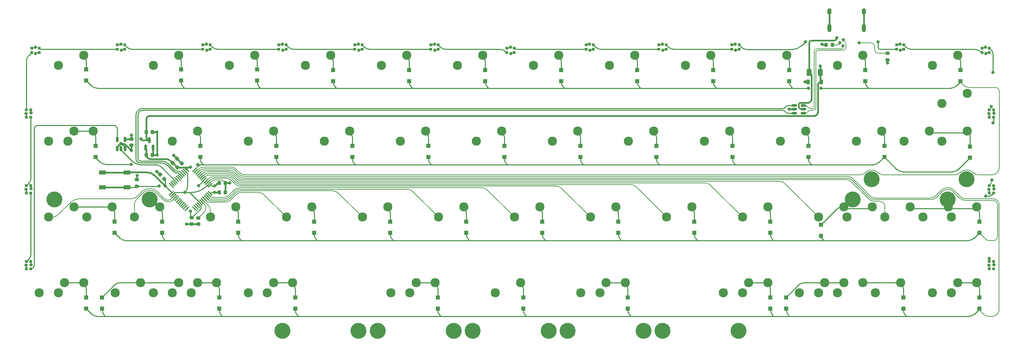
<source format=gbr>
%TF.GenerationSoftware,KiCad,Pcbnew,(7.0.0)*%
%TF.CreationDate,2024-04-06T15:01:54+02:00*%
%TF.ProjectId,forti GND,666f7274-6920-4474-9e44-2e6b69636164,rev?*%
%TF.SameCoordinates,Original*%
%TF.FileFunction,Copper,L2,Bot*%
%TF.FilePolarity,Positive*%
%FSLAX46Y46*%
G04 Gerber Fmt 4.6, Leading zero omitted, Abs format (unit mm)*
G04 Created by KiCad (PCBNEW (7.0.0)) date 2024-04-06 15:01:54*
%MOMM*%
%LPD*%
G01*
G04 APERTURE LIST*
G04 Aperture macros list*
%AMRoundRect*
0 Rectangle with rounded corners*
0 $1 Rounding radius*
0 $2 $3 $4 $5 $6 $7 $8 $9 X,Y pos of 4 corners*
0 Add a 4 corners polygon primitive as box body*
4,1,4,$2,$3,$4,$5,$6,$7,$8,$9,$2,$3,0*
0 Add four circle primitives for the rounded corners*
1,1,$1+$1,$2,$3*
1,1,$1+$1,$4,$5*
1,1,$1+$1,$6,$7*
1,1,$1+$1,$8,$9*
0 Add four rect primitives between the rounded corners*
20,1,$1+$1,$2,$3,$4,$5,0*
20,1,$1+$1,$4,$5,$6,$7,0*
20,1,$1+$1,$6,$7,$8,$9,0*
20,1,$1+$1,$8,$9,$2,$3,0*%
G04 Aperture macros list end*
%TA.AperFunction,ComponentPad*%
%ADD10O,1.000000X2.100000*%
%TD*%
%TA.AperFunction,ComponentPad*%
%ADD11O,1.000000X1.600000*%
%TD*%
%TA.AperFunction,ComponentPad*%
%ADD12C,2.300000*%
%TD*%
%TA.AperFunction,ComponentPad*%
%ADD13C,4.000000*%
%TD*%
%TA.AperFunction,SMDPad,CuDef*%
%ADD14RoundRect,0.105000X-0.245000X0.245000X-0.245000X-0.245000X0.245000X-0.245000X0.245000X0.245000X0*%
%TD*%
%TA.AperFunction,SMDPad,CuDef*%
%ADD15RoundRect,0.250000X0.300000X-0.300000X0.300000X0.300000X-0.300000X0.300000X-0.300000X-0.300000X0*%
%TD*%
%TA.AperFunction,SMDPad,CuDef*%
%ADD16RoundRect,0.105000X0.245000X0.245000X-0.245000X0.245000X-0.245000X-0.245000X0.245000X-0.245000X0*%
%TD*%
%TA.AperFunction,SMDPad,CuDef*%
%ADD17RoundRect,0.200000X-0.275000X0.200000X-0.275000X-0.200000X0.275000X-0.200000X0.275000X0.200000X0*%
%TD*%
%TA.AperFunction,SMDPad,CuDef*%
%ADD18RoundRect,0.200000X0.200000X0.275000X-0.200000X0.275000X-0.200000X-0.275000X0.200000X-0.275000X0*%
%TD*%
%TA.AperFunction,SMDPad,CuDef*%
%ADD19RoundRect,0.105000X0.245000X-0.245000X0.245000X0.245000X-0.245000X0.245000X-0.245000X-0.245000X0*%
%TD*%
%TA.AperFunction,SMDPad,CuDef*%
%ADD20RoundRect,0.150000X0.150000X-0.512500X0.150000X0.512500X-0.150000X0.512500X-0.150000X-0.512500X0*%
%TD*%
%TA.AperFunction,SMDPad,CuDef*%
%ADD21R,1.800000X1.100000*%
%TD*%
%TA.AperFunction,SMDPad,CuDef*%
%ADD22RoundRect,0.225000X-0.250000X0.225000X-0.250000X-0.225000X0.250000X-0.225000X0.250000X0.225000X0*%
%TD*%
%TA.AperFunction,SMDPad,CuDef*%
%ADD23RoundRect,0.225000X0.335876X0.017678X0.017678X0.335876X-0.335876X-0.017678X-0.017678X-0.335876X0*%
%TD*%
%TA.AperFunction,SMDPad,CuDef*%
%ADD24RoundRect,0.225000X0.225000X0.375000X-0.225000X0.375000X-0.225000X-0.375000X0.225000X-0.375000X0*%
%TD*%
%TA.AperFunction,SMDPad,CuDef*%
%ADD25RoundRect,0.225000X-0.225000X-0.250000X0.225000X-0.250000X0.225000X0.250000X-0.225000X0.250000X0*%
%TD*%
%TA.AperFunction,SMDPad,CuDef*%
%ADD26RoundRect,0.070000X0.521491X-0.422496X-0.422496X0.521491X-0.521491X0.422496X0.422496X-0.521491X0*%
%TD*%
%TA.AperFunction,SMDPad,CuDef*%
%ADD27RoundRect,0.070000X0.521491X0.422496X0.422496X0.521491X-0.521491X-0.422496X-0.422496X-0.521491X0*%
%TD*%
%TA.AperFunction,SMDPad,CuDef*%
%ADD28RoundRect,0.150000X0.150000X-0.587500X0.150000X0.587500X-0.150000X0.587500X-0.150000X-0.587500X0*%
%TD*%
%TA.AperFunction,SMDPad,CuDef*%
%ADD29RoundRect,0.150000X-0.512500X-0.150000X0.512500X-0.150000X0.512500X0.150000X-0.512500X0.150000X0*%
%TD*%
%TA.AperFunction,SMDPad,CuDef*%
%ADD30RoundRect,0.225000X0.225000X0.250000X-0.225000X0.250000X-0.225000X-0.250000X0.225000X-0.250000X0*%
%TD*%
%TA.AperFunction,SMDPad,CuDef*%
%ADD31RoundRect,0.200000X0.275000X-0.200000X0.275000X0.200000X-0.275000X0.200000X-0.275000X-0.200000X0*%
%TD*%
%TA.AperFunction,SMDPad,CuDef*%
%ADD32RoundRect,0.225000X0.017678X-0.335876X0.335876X-0.017678X-0.017678X0.335876X-0.335876X0.017678X0*%
%TD*%
%TA.AperFunction,SMDPad,CuDef*%
%ADD33RoundRect,0.225000X0.250000X-0.225000X0.250000X0.225000X-0.250000X0.225000X-0.250000X-0.225000X0*%
%TD*%
%TA.AperFunction,SMDPad,CuDef*%
%ADD34RoundRect,0.250000X-0.375000X-0.625000X0.375000X-0.625000X0.375000X0.625000X-0.375000X0.625000X0*%
%TD*%
%TA.AperFunction,ViaPad*%
%ADD35C,0.800000*%
%TD*%
%TA.AperFunction,Conductor*%
%ADD36C,0.250000*%
%TD*%
%TA.AperFunction,Conductor*%
%ADD37C,0.200000*%
%TD*%
%TA.AperFunction,Conductor*%
%ADD38C,0.381000*%
%TD*%
G04 APERTURE END LIST*
D10*
%TO.P,J1,S1,SHIELD*%
%TO.N,GND*%
X238589114Y-29323749D03*
D11*
X238589114Y-25143749D03*
D10*
X229949114Y-29323749D03*
D11*
X229949114Y-25143749D03*
%TD*%
D12*
%TO.P,MX51,1,1*%
%TO.N,COL9*%
X227171250Y-95885000D03*
%TO.P,MX51,2,2*%
%TO.N,Net-(D45-A)*%
X233521250Y-93345000D03*
%TD*%
%TO.P,MX23,1,1*%
%TO.N,COL10*%
X236696250Y-57785000D03*
%TO.P,MX23,2,2*%
%TO.N,Net-(D23-A)*%
X243046250Y-55245000D03*
%TD*%
%TO.P,MX55,1,1*%
%TO.N,COL11*%
X255746250Y-95885000D03*
%TO.P,MX55,2,2*%
%TO.N,Net-(D47-A)*%
X262096250Y-93345000D03*
%TD*%
%TO.P,MX43,1,1*%
%TO.N,COL2*%
X70008750Y-95885000D03*
%TO.P,MX43,2,2*%
%TO.N,Net-(D39-A)*%
X76358750Y-93345000D03*
%TD*%
%TO.P,MXshift2.1,1,1*%
%TO.N,COL0*%
X43815000Y-76835000D03*
%TO.P,MXshift2.1,2,2*%
%TO.N,Net-(D25-A)*%
X50165000Y-74295000D03*
%TD*%
%TO.P,MX27,1,1*%
%TO.N,COL2*%
X74771250Y-76835000D03*
%TO.P,MX27,2,2*%
%TO.N,Net-(D27-A)*%
X81121250Y-74295000D03*
%TD*%
%TO.P,MX11,1,1*%
%TO.N,COL10*%
X231933750Y-38735000D03*
%TO.P,MX11,2,2*%
%TO.N,Net-(D11-A)*%
X238283750Y-36195000D03*
%TD*%
%TO.P,MX46,1,1*%
%TO.N,COL3*%
X84296250Y-95885000D03*
%TO.P,MX46,2,2*%
%TO.N,Net-(D40-A)*%
X90646250Y-93345000D03*
%TD*%
%TO.P,MXenter2.1,1,1*%
%TO.N,COL11*%
X248602500Y-57785000D03*
%TO.P,MXenter2.1,2,2*%
%TO.N,Net-(D24-A)*%
X254952500Y-55245000D03*
%TD*%
D13*
%TO.P,S2,*%
%TO.N,*%
X207168750Y-105410000D03*
X92868750Y-105410000D03*
%TD*%
D12*
%TO.P,MX49,1,1*%
%TO.N,COL8*%
X208121250Y-95885000D03*
%TO.P,MX49,2,2*%
%TO.N,Net-(D44-A)*%
X214471250Y-93345000D03*
%TD*%
%TO.P,MX31,1,1*%
%TO.N,COL6*%
X150971250Y-76835000D03*
%TO.P,MX31,2,2*%
%TO.N,Net-(D31-A)*%
X157321250Y-74295000D03*
%TD*%
%TO.P,MX16,1,1*%
%TO.N,COL3*%
X103346250Y-57785000D03*
%TO.P,MX16,2,2*%
%TO.N,Net-(D16-A)*%
X109696250Y-55245000D03*
%TD*%
%TO.P,MX38,1,1*%
%TO.N,COL11*%
X260508750Y-76835000D03*
%TO.P,MX38,2,2*%
%TO.N,Net-(D36-A)*%
X266858750Y-74295000D03*
%TD*%
%TO.P,MX35,1,1*%
%TO.N,COL10*%
X227171250Y-76835000D03*
%TO.P,MX35,2,2*%
%TO.N,Net-(D35-A)*%
X233521250Y-74295000D03*
%TD*%
%TO.P,MXsplit2.75(1)1,1,1*%
%TO.N,COL7*%
X167640000Y-95885000D03*
%TO.P,MXsplit2.75(1)1,2,2*%
%TO.N,Net-(D43-A)*%
X173990000Y-93345000D03*
%TD*%
D13*
%TO.P,shift2.2,*%
%TO.N,*%
X35718750Y-72390000D03*
X59531250Y-72390000D03*
%TD*%
D12*
%TO.P,MX8,1,1*%
%TO.N,COL7*%
X174783750Y-38735000D03*
%TO.P,MX8,2,2*%
%TO.N,Net-(D8-A)*%
X181133750Y-36195000D03*
%TD*%
%TO.P,MX13,1,1*%
%TO.N,COL0*%
X39052500Y-57785000D03*
%TO.P,MX13,2,2*%
%TO.N,Net-(D13-A)*%
X45402500Y-55245000D03*
%TD*%
%TO.P,MX32,1,1*%
%TO.N,COL7*%
X170021250Y-76835000D03*
%TO.P,MX32,2,2*%
%TO.N,Net-(D32-A)*%
X176371250Y-74295000D03*
%TD*%
%TO.P,MXISO1,1,1*%
%TO.N,COL11*%
X258127500Y-48260000D03*
%TO.P,MXISO1,2,2*%
%TO.N,Net-(D12-A)*%
X264477500Y-45720000D03*
%TD*%
%TO.P,MX21,1,1*%
%TO.N,COL8*%
X198596250Y-57785000D03*
%TO.P,MX21,2,2*%
%TO.N,Net-(D21-A)*%
X204946250Y-55245000D03*
%TD*%
%TO.P,MXsplit2.1,1,1*%
%TO.N,COL5*%
X124777500Y-95885000D03*
%TO.P,MXsplit2.1,2,2*%
%TO.N,Net-(D41-A)*%
X131127500Y-93345000D03*
%TD*%
%TO.P,MX4,1,1*%
%TO.N,COL3*%
X98583750Y-38735000D03*
%TO.P,MX4,2,2*%
%TO.N,Net-(D4-A)*%
X104933750Y-36195000D03*
%TD*%
%TO.P,MX45,1,1*%
%TO.N,COL3*%
X89058750Y-95885000D03*
%TO.P,MX45,2,2*%
%TO.N,Net-(D40-A)*%
X95408750Y-93345000D03*
%TD*%
%TO.P,MX30,1,1*%
%TO.N,COL5*%
X131921250Y-76835000D03*
%TO.P,MX30,2,2*%
%TO.N,Net-(D30-A)*%
X138271250Y-74295000D03*
%TD*%
%TO.P,MX1,1,1*%
%TO.N,COL0*%
X36671250Y-38735000D03*
%TO.P,MX1,2,2*%
%TO.N,Net-(D1-A)*%
X43021250Y-36195000D03*
%TD*%
%TO.P,MX34,1,1*%
%TO.N,COL9*%
X208121250Y-76835000D03*
%TO.P,MX34,2,2*%
%TO.N,Net-(D34-A)*%
X214471250Y-74295000D03*
%TD*%
%TO.P,MX25,1,1*%
%TO.N,COL0*%
X34290000Y-76835000D03*
%TO.P,MX25,2,2*%
%TO.N,Net-(D25-A)*%
X40640000Y-74295000D03*
%TD*%
D13*
%TO.P,enter2.1,*%
%TO.N,*%
X264318750Y-67310000D03*
X240506250Y-67310000D03*
%TD*%
D12*
%TO.P,MX29,1,1*%
%TO.N,COL4*%
X112871250Y-76835000D03*
%TO.P,MX29,2,2*%
%TO.N,Net-(D29-A)*%
X119221250Y-74295000D03*
%TD*%
%TO.P,MX53,1,1*%
%TO.N,COL10*%
X231933750Y-95885000D03*
%TO.P,MX53,2,2*%
%TO.N,Net-(D46-A)*%
X238283750Y-93345000D03*
%TD*%
%TO.P,MX22,1,1*%
%TO.N,COL9*%
X217646250Y-57785000D03*
%TO.P,MX22,2,2*%
%TO.N,Net-(D22-A)*%
X223996250Y-55245000D03*
%TD*%
%TO.P,MX17,1,1*%
%TO.N,COL4*%
X122396250Y-57785000D03*
%TO.P,MX17,2,2*%
%TO.N,Net-(D17-A)*%
X128746250Y-55245000D03*
%TD*%
%TO.P,MX47,1,1*%
%TO.N,COL6*%
X146208750Y-95885000D03*
%TO.P,MX47,2,2*%
%TO.N,Net-(D42-A)*%
X152558750Y-93345000D03*
%TD*%
D13*
%TO.P,S1,*%
%TO.N,*%
X135731250Y-105410000D03*
X111918750Y-105410000D03*
%TD*%
D12*
%TO.P,MX44,1,1*%
%TO.N,COL2*%
X65246250Y-95885000D03*
%TO.P,MX44,2,2*%
%TO.N,Net-(D39-A)*%
X71596250Y-93345000D03*
%TD*%
%TO.P,MX36,1,1*%
%TO.N,COL10*%
X234315000Y-76835000D03*
%TO.P,MX36,2,2*%
%TO.N,Net-(D35-A)*%
X240665000Y-74295000D03*
%TD*%
%TO.P,MX26,1,1*%
%TO.N,COL1*%
X55721250Y-76835000D03*
%TO.P,MX26,2,2*%
%TO.N,Net-(D26-A)*%
X62071250Y-74295000D03*
%TD*%
%TO.P,MX3,1,1*%
%TO.N,COL2*%
X79533750Y-38735000D03*
%TO.P,MX3,2,2*%
%TO.N,Net-(D3-A)*%
X85883750Y-36195000D03*
%TD*%
D13*
%TO.P,S4,*%
%TO.N,*%
X188118750Y-105410000D03*
X164306250Y-105410000D03*
%TD*%
D12*
%TO.P,MX37,1,1*%
%TO.N,COL11*%
X253365000Y-76835000D03*
%TO.P,MX37,2,2*%
%TO.N,Net-(D36-A)*%
X259715000Y-74295000D03*
%TD*%
%TO.P,MX24,1,1*%
%TO.N,COL11*%
X258127500Y-57785000D03*
%TO.P,MX24,2,2*%
%TO.N,Net-(D24-A)*%
X264477500Y-55245000D03*
%TD*%
D13*
%TO.P,S3,*%
%TO.N,*%
X183356250Y-105410000D03*
X159543750Y-105410000D03*
%TD*%
D12*
%TO.P,MX42,1,1*%
%TO.N,COL1*%
X60483750Y-95885000D03*
%TO.P,MX42,2,2*%
%TO.N,Net-(D38-A)*%
X66833750Y-93345000D03*
%TD*%
%TO.P,MX33,1,1*%
%TO.N,COL8*%
X189071250Y-76835000D03*
%TO.P,MX33,2,2*%
%TO.N,Net-(D33-A)*%
X195421250Y-74295000D03*
%TD*%
%TO.P,MX5,1,1*%
%TO.N,COL4*%
X117633750Y-38735000D03*
%TO.P,MX5,2,2*%
%TO.N,Net-(D5-A)*%
X123983750Y-36195000D03*
%TD*%
%TO.P,MX50,1,1*%
%TO.N,COL9*%
X222408750Y-95885000D03*
%TO.P,MX50,2,2*%
%TO.N,Net-(D45-A)*%
X228758750Y-93345000D03*
%TD*%
D13*
%TO.P,S5,*%
%TO.N,*%
X140493750Y-105410000D03*
X116681250Y-105410000D03*
%TD*%
D12*
%TO.P,MXsplit2.25(1)1,1,1*%
%TO.N,COL5*%
X120015000Y-95885000D03*
%TO.P,MXsplit2.25(1)1,2,2*%
%TO.N,Net-(D41-A)*%
X126365000Y-93345000D03*
%TD*%
%TO.P,MX28,1,1*%
%TO.N,COL3*%
X93821250Y-76835000D03*
%TO.P,MX28,2,2*%
%TO.N,Net-(D28-A)*%
X100171250Y-74295000D03*
%TD*%
%TO.P,MX18,1,1*%
%TO.N,COL5*%
X141446250Y-57785000D03*
%TO.P,MX18,2,2*%
%TO.N,Net-(D18-A)*%
X147796250Y-55245000D03*
%TD*%
%TO.P,MXcaps1,1,1*%
%TO.N,COL0*%
X34290000Y-57785000D03*
%TO.P,MXcaps1,2,2*%
%TO.N,Net-(D13-A)*%
X40640000Y-55245000D03*
%TD*%
%TO.P,MX40,1,1*%
%TO.N,COL0*%
X36671250Y-95885000D03*
%TO.P,MX40,2,2*%
%TO.N,Net-(D37-A)*%
X43021250Y-93345000D03*
%TD*%
%TO.P,MX15,1,1*%
%TO.N,COL2*%
X84296250Y-57785000D03*
%TO.P,MX15,2,2*%
%TO.N,Net-(D15-A)*%
X90646250Y-55245000D03*
%TD*%
%TO.P,MX54,1,1*%
%TO.N,COL11*%
X260508750Y-95885000D03*
%TO.P,MX54,2,2*%
%TO.N,Net-(D47-A)*%
X266858750Y-93345000D03*
%TD*%
%TO.P,MX39,1,1*%
%TO.N,COL0*%
X31908750Y-95885000D03*
%TO.P,MX39,2,2*%
%TO.N,Net-(D37-A)*%
X38258750Y-93345000D03*
%TD*%
D13*
%TO.P,shift2.1,*%
%TO.N,*%
X235743750Y-72390000D03*
X259556250Y-72390000D03*
%TD*%
D12*
%TO.P,MX10,1,1*%
%TO.N,COL9*%
X212883750Y-38735000D03*
%TO.P,MX10,2,2*%
%TO.N,Net-(D10-A)*%
X219233750Y-36195000D03*
%TD*%
%TO.P,MX9,1,1*%
%TO.N,COL8*%
X193833750Y-38735000D03*
%TO.P,MX9,2,2*%
%TO.N,Net-(D9-A)*%
X200183750Y-36195000D03*
%TD*%
%TO.P,MX52,1,1*%
%TO.N,COL10*%
X241458750Y-95885000D03*
%TO.P,MX52,2,2*%
%TO.N,Net-(D46-A)*%
X247808750Y-93345000D03*
%TD*%
%TO.P,MX20,1,1*%
%TO.N,COL7*%
X179546250Y-57785000D03*
%TO.P,MX20,2,2*%
%TO.N,Net-(D20-A)*%
X185896250Y-55245000D03*
%TD*%
%TO.P,MX6,1,1*%
%TO.N,COL5*%
X136683750Y-38735000D03*
%TO.P,MX6,2,2*%
%TO.N,Net-(D6-A)*%
X143033750Y-36195000D03*
%TD*%
%TO.P,MXshift2.2,1,1*%
%TO.N,COL11*%
X243840000Y-76835000D03*
%TO.P,MXshift2.2,2,2*%
%TO.N,Net-(D36-A)*%
X250190000Y-74295000D03*
%TD*%
%TO.P,MX12,1,1*%
%TO.N,COL11*%
X255746250Y-38735000D03*
%TO.P,MX12,2,2*%
%TO.N,Net-(D12-A)*%
X262096250Y-36195000D03*
%TD*%
%TO.P,MX19,1,1*%
%TO.N,COL6*%
X160496250Y-57785000D03*
%TO.P,MX19,2,2*%
%TO.N,Net-(D19-A)*%
X166846250Y-55245000D03*
%TD*%
%TO.P,MXsplit2.2,1,1*%
%TO.N,COL7*%
X172402500Y-95885000D03*
%TO.P,MXsplit2.2,2,2*%
%TO.N,Net-(D43-A)*%
X178752500Y-93345000D03*
%TD*%
%TO.P,MX7,1,1*%
%TO.N,COL6*%
X155733750Y-38735000D03*
%TO.P,MX7,2,2*%
%TO.N,Net-(D7-A)*%
X162083750Y-36195000D03*
%TD*%
%TO.P,MX14,1,1*%
%TO.N,COL1*%
X65246250Y-57785000D03*
%TO.P,MX14,2,2*%
%TO.N,Net-(D14-A)*%
X71596250Y-55245000D03*
%TD*%
%TO.P,MX48,1,1*%
%TO.N,COL8*%
X203358750Y-95885000D03*
%TO.P,MX48,2,2*%
%TO.N,Net-(D44-A)*%
X209708750Y-93345000D03*
%TD*%
%TO.P,MX41,1,1*%
%TO.N,COL1*%
X50958750Y-95885000D03*
%TO.P,MX41,2,2*%
%TO.N,Net-(D38-A)*%
X57308750Y-93345000D03*
%TD*%
%TO.P,MX2,1,1*%
%TO.N,COL1*%
X60483750Y-38735000D03*
%TO.P,MX2,2,2*%
%TO.N,Net-(D2-A)*%
X66833750Y-36195000D03*
%TD*%
D14*
%TO.P,LED2,1,DOUT*%
%TO.N,Net-(LED2-DOUT)*%
X28660000Y-68935000D03*
%TO.P,LED2,2,VSS*%
%TO.N,GND*%
X29760000Y-68935000D03*
%TO.P,LED2,3,DIN*%
%TO.N,Net-(LED1-DOUT)*%
X29760000Y-70765000D03*
%TO.P,LED2,4,VDD*%
%TO.N,+5V*%
X28660000Y-70765000D03*
%TD*%
D15*
%TO.P,D29,1,K*%
%TO.N,ROW2*%
X119856250Y-80775000D03*
%TO.P,D29,2,A*%
%TO.N,Net-(D29-A)*%
X119856250Y-77975000D03*
%TD*%
%TO.P,D36,1,K*%
%TO.N,ROW2*%
X267493750Y-80775000D03*
%TO.P,D36,2,A*%
%TO.N,Net-(D36-A)*%
X267493750Y-77975000D03*
%TD*%
%TO.P,D13,1,K*%
%TO.N,ROW1*%
X46037500Y-61725000D03*
%TO.P,D13,2,A*%
%TO.N,Net-(D13-A)*%
X46037500Y-58925000D03*
%TD*%
D16*
%TO.P,LED10,1,DOUT*%
%TO.N,Net-(LED10-DOUT)*%
X150933750Y-34375000D03*
%TO.P,LED10,2,VSS*%
%TO.N,GND*%
X150933750Y-35475000D03*
%TO.P,LED10,3,DIN*%
%TO.N,Net-(LED10-DIN)*%
X149103750Y-35475000D03*
%TO.P,LED10,4,VDD*%
%TO.N,+5V*%
X149103750Y-34375000D03*
%TD*%
D15*
%TO.P,D41,1,K*%
%TO.N,ROW3*%
X131762500Y-99825000D03*
%TO.P,D41,2,A*%
%TO.N,Net-(D41-A)*%
X131762500Y-97025000D03*
%TD*%
%TO.P,D20,1,K*%
%TO.N,ROW1*%
X186531250Y-61725000D03*
%TO.P,D20,2,A*%
%TO.N,Net-(D20-A)*%
X186531250Y-58925000D03*
%TD*%
%TO.P,D26,1,K*%
%TO.N,ROW2*%
X62706250Y-80775000D03*
%TO.P,D26,2,A*%
%TO.N,Net-(D26-A)*%
X62706250Y-77975000D03*
%TD*%
D17*
%TO.P,R1,1*%
%TO.N,/CC1*%
X244475000Y-35687500D03*
%TO.P,R1,2*%
%TO.N,GND*%
X244475000Y-37337500D03*
%TD*%
D15*
%TO.P,D22,1,K*%
%TO.N,ROW1*%
X224631250Y-61725000D03*
%TO.P,D22,2,A*%
%TO.N,Net-(D22-A)*%
X224631250Y-58925000D03*
%TD*%
D16*
%TO.P,LED7,1,DOUT*%
%TO.N,Net-(LED7-DOUT)*%
X93783750Y-33581250D03*
%TO.P,LED7,2,VSS*%
%TO.N,GND*%
X93783750Y-34681250D03*
%TO.P,LED7,3,DIN*%
%TO.N,Net-(LED6-DOUT)*%
X91953750Y-34681250D03*
%TO.P,LED7,4,VDD*%
%TO.N,+5V*%
X91953750Y-33581250D03*
%TD*%
D15*
%TO.P,D32,1,K*%
%TO.N,ROW2*%
X177006250Y-80775000D03*
%TO.P,D32,2,A*%
%TO.N,Net-(D32-A)*%
X177006250Y-77975000D03*
%TD*%
D18*
%TO.P,R2,1*%
%TO.N,/CC2*%
X230712500Y-33537500D03*
%TO.P,R2,2*%
%TO.N,GND*%
X229062500Y-33537500D03*
%TD*%
D16*
%TO.P,LED9,1,DOUT*%
%TO.N,Net-(LED10-DIN)*%
X131883750Y-33581250D03*
%TO.P,LED9,2,VSS*%
%TO.N,GND*%
X131883750Y-34681250D03*
%TO.P,LED9,3,DIN*%
%TO.N,Net-(LED8-DOUT)*%
X130053750Y-34681250D03*
%TO.P,LED9,4,VDD*%
%TO.N,+5V*%
X130053750Y-33581250D03*
%TD*%
%TO.P,LED12,1,DOUT*%
%TO.N,Net-(LED12-DOUT)*%
X189033750Y-33581250D03*
%TO.P,LED12,2,VSS*%
%TO.N,GND*%
X189033750Y-34681250D03*
%TO.P,LED12,3,DIN*%
%TO.N,Net-(LED11-DOUT)*%
X187203750Y-34681250D03*
%TO.P,LED12,4,VDD*%
%TO.N,+5V*%
X187203750Y-33581250D03*
%TD*%
D15*
%TO.P,D15,1,K*%
%TO.N,ROW1*%
X91281250Y-61725000D03*
%TO.P,D15,2,A*%
%TO.N,Net-(D15-A)*%
X91281250Y-58925000D03*
%TD*%
%TO.P,D40,1,K*%
%TO.N,ROW3*%
X96043750Y-99825000D03*
%TO.P,D40,2,A*%
%TO.N,Net-(D40-A)*%
X96043750Y-97025000D03*
%TD*%
D16*
%TO.P,LED13,1,DOUT*%
%TO.N,Net-(LED13-DOUT)*%
X207290000Y-33581250D03*
%TO.P,LED13,2,VSS*%
%TO.N,GND*%
X207290000Y-34681250D03*
%TO.P,LED13,3,DIN*%
%TO.N,Net-(LED12-DOUT)*%
X205460000Y-34681250D03*
%TO.P,LED13,4,VDD*%
%TO.N,+5V*%
X205460000Y-33581250D03*
%TD*%
D15*
%TO.P,D31,1,K*%
%TO.N,ROW2*%
X157956250Y-80775000D03*
%TO.P,D31,2,A*%
%TO.N,Net-(D31-A)*%
X157956250Y-77975000D03*
%TD*%
%TO.P,D21,1,K*%
%TO.N,ROW1*%
X205581250Y-61725000D03*
%TO.P,D21,2,A*%
%TO.N,Net-(D21-A)*%
X205581250Y-58925000D03*
%TD*%
%TO.P,D4,1,K*%
%TO.N,ROW0*%
X105568750Y-42675000D03*
%TO.P,D4,2,A*%
%TO.N,Net-(D4-A)*%
X105568750Y-39875000D03*
%TD*%
%TO.P,D9,1,K*%
%TO.N,ROW0*%
X200818750Y-42675000D03*
%TO.P,D9,2,A*%
%TO.N,Net-(D9-A)*%
X200818750Y-39875000D03*
%TD*%
%TO.P,D34,1,K*%
%TO.N,ROW2*%
X215106250Y-80775000D03*
%TO.P,D34,2,A*%
%TO.N,Net-(D34-A)*%
X215106250Y-77975000D03*
%TD*%
%TO.P,D24,1,K*%
%TO.N,ROW1*%
X265112500Y-61912500D03*
%TO.P,D24,2,A*%
%TO.N,Net-(D24-A)*%
X265112500Y-59112500D03*
%TD*%
%TO.P,D27,1,K*%
%TO.N,ROW2*%
X81756250Y-80775000D03*
%TO.P,D27,2,A*%
%TO.N,Net-(D27-A)*%
X81756250Y-77975000D03*
%TD*%
D19*
%TO.P,LED17,1,DOUT*%
%TO.N,Net-(LED17-DOUT)*%
X271060000Y-70765000D03*
%TO.P,LED17,2,VSS*%
%TO.N,GND*%
X269960000Y-70765000D03*
%TO.P,LED17,3,DIN*%
%TO.N,Net-(LED16-DOUT)*%
X269960000Y-68935000D03*
%TO.P,LED17,4,VDD*%
%TO.N,+5V*%
X271060000Y-68935000D03*
%TD*%
D15*
%TO.P,D16,1,K*%
%TO.N,ROW1*%
X110331250Y-61725000D03*
%TO.P,D16,2,A*%
%TO.N,Net-(D16-A)*%
X110331250Y-58925000D03*
%TD*%
D16*
%TO.P,LED6,1,DOUT*%
%TO.N,Net-(LED6-DOUT)*%
X74733750Y-33581250D03*
%TO.P,LED6,2,VSS*%
%TO.N,GND*%
X74733750Y-34681250D03*
%TO.P,LED6,3,DIN*%
%TO.N,Net-(LED5-DOUT)*%
X72903750Y-34681250D03*
%TO.P,LED6,4,VDD*%
%TO.N,+5V*%
X72903750Y-33581250D03*
%TD*%
D15*
%TO.P,D3,1,K*%
%TO.N,ROW0*%
X86518750Y-42487500D03*
%TO.P,D3,2,A*%
%TO.N,Net-(D3-A)*%
X86518750Y-39687500D03*
%TD*%
D20*
%TO.P,U4,1*%
%TO.N,GND*%
X53361566Y-59637816D03*
%TO.P,U4,2*%
%TO.N,RGB MCU*%
X52411566Y-59637816D03*
%TO.P,U4,3,GND*%
%TO.N,GND*%
X51461566Y-59637816D03*
%TO.P,U4,4*%
%TO.N,rgb underglow*%
X51461566Y-57362816D03*
%TO.P,U4,5,VCC*%
%TO.N,+5V*%
X53361566Y-57362816D03*
%TD*%
D15*
%TO.P,D42,1,K*%
%TO.N,ROW3*%
X153193750Y-99825000D03*
%TO.P,D42,2,A*%
%TO.N,Net-(D42-A)*%
X153193750Y-97025000D03*
%TD*%
%TO.P,D28,1,K*%
%TO.N,ROW2*%
X100806250Y-80775000D03*
%TO.P,D28,2,A*%
%TO.N,Net-(D28-A)*%
X100806250Y-77975000D03*
%TD*%
D21*
%TO.P,SW1,1,1*%
%TO.N,+3V3*%
X53899999Y-65618749D03*
X47699999Y-65618749D03*
%TO.P,SW1,2,2*%
%TO.N,BOOT0*%
X53899999Y-69318749D03*
X47699999Y-69318749D03*
%TD*%
D15*
%TO.P,D10,1,K*%
%TO.N,ROW0*%
X219868750Y-42675000D03*
%TO.P,D10,2,A*%
%TO.N,Net-(D10-A)*%
X219868750Y-39875000D03*
%TD*%
D16*
%TO.P,LED5,1,DOUT*%
%TO.N,Net-(LED5-DOUT)*%
X53302500Y-33581250D03*
%TO.P,LED5,2,VSS*%
%TO.N,GND*%
X53302500Y-34681250D03*
%TO.P,LED5,3,DIN*%
%TO.N,Net-(LED4-DOUT)*%
X51472500Y-34681250D03*
%TO.P,LED5,4,VDD*%
%TO.N,+5V*%
X51472500Y-33581250D03*
%TD*%
D22*
%TO.P,C7,1*%
%TO.N,+3V3*%
X70105094Y-77012500D03*
%TO.P,C7,2*%
%TO.N,GND*%
X70105094Y-78562500D03*
%TD*%
D23*
%TO.P,C4,1*%
%TO.N,+3V3*%
X63254258Y-67223008D03*
%TO.P,C4,2*%
%TO.N,GND*%
X62158242Y-66126992D03*
%TD*%
D24*
%TO.P,D_PWR1,1,A1*%
%TO.N,+5V*%
X227868750Y-42862500D03*
%TO.P,D_PWR1,2,A2*%
%TO.N,GND*%
X224568750Y-42862500D03*
%TD*%
D15*
%TO.P,D38,1,K*%
%TO.N,ROW3*%
X47625000Y-99825000D03*
%TO.P,D38,2,A*%
%TO.N,Net-(D38-A)*%
X47625000Y-97025000D03*
%TD*%
D14*
%TO.P,LED3,1,DOUT*%
%TO.N,Net-(LED3-DOUT)*%
X28660000Y-49885000D03*
%TO.P,LED3,2,VSS*%
%TO.N,GND*%
X29760000Y-49885000D03*
%TO.P,LED3,3,DIN*%
%TO.N,Net-(LED2-DOUT)*%
X29760000Y-51715000D03*
%TO.P,LED3,4,VDD*%
%TO.N,+5V*%
X28660000Y-51715000D03*
%TD*%
D15*
%TO.P,D44,1,K*%
%TO.N,ROW3*%
X215106250Y-99825000D03*
%TO.P,D44,2,A*%
%TO.N,Net-(D44-A)*%
X215106250Y-97025000D03*
%TD*%
%TO.P,D2,1,K*%
%TO.N,ROW0*%
X67468750Y-42487500D03*
%TO.P,D2,2,A*%
%TO.N,Net-(D2-A)*%
X67468750Y-39687500D03*
%TD*%
D25*
%TO.P,C8,1*%
%TO.N,+3V3*%
X77012500Y-70643750D03*
%TO.P,C8,2*%
%TO.N,GND*%
X78562500Y-70643750D03*
%TD*%
D15*
%TO.P,D23,1,K*%
%TO.N,ROW1*%
X243681250Y-61725000D03*
%TO.P,D23,2,A*%
%TO.N,Net-(D23-A)*%
X243681250Y-58925000D03*
%TD*%
%TO.P,D1,1,K*%
%TO.N,ROW0*%
X43656250Y-42487500D03*
%TO.P,D1,2,A*%
%TO.N,Net-(D1-A)*%
X43656250Y-39687500D03*
%TD*%
%TO.P,D39,1,K*%
%TO.N,ROW3*%
X76993750Y-99825000D03*
%TO.P,D39,2,A*%
%TO.N,Net-(D39-A)*%
X76993750Y-97025000D03*
%TD*%
%TO.P,D30,1,K*%
%TO.N,ROW2*%
X138906250Y-80775000D03*
%TO.P,D30,2,A*%
%TO.N,Net-(D30-A)*%
X138906250Y-77975000D03*
%TD*%
D16*
%TO.P,LED14,1,DOUT*%
%TO.N,Net-(LED14-DOUT)*%
X248565000Y-33581250D03*
%TO.P,LED14,2,VSS*%
%TO.N,GND*%
X248565000Y-34681250D03*
%TO.P,LED14,3,DIN*%
%TO.N,Net-(LED13-DOUT)*%
X246735000Y-34681250D03*
%TO.P,LED14,4,VDD*%
%TO.N,+5V*%
X246735000Y-33581250D03*
%TD*%
D19*
%TO.P,LED18,1,DOUT*%
%TO.N,unconnected-(LED18-DOUT-Pad1)*%
X271060000Y-89815000D03*
%TO.P,LED18,2,VSS*%
%TO.N,GND*%
X269960000Y-89815000D03*
%TO.P,LED18,3,DIN*%
%TO.N,Net-(LED17-DOUT)*%
X269960000Y-87985000D03*
%TO.P,LED18,4,VDD*%
%TO.N,+5V*%
X271060000Y-87985000D03*
%TD*%
D26*
%TO.P,U2,1,VBAT*%
%TO.N,+3V3*%
X74737876Y-70848788D03*
%TO.P,U2,2,PC13*%
%TO.N,COL6*%
X74384322Y-71202342D03*
%TO.P,U2,3,PC14*%
%TO.N,COL5*%
X74030769Y-71555895D03*
%TO.P,U2,4,PC15*%
%TO.N,COL4*%
X73677215Y-71909449D03*
%TO.P,U2,5,PF0*%
%TO.N,COL3*%
X73323662Y-72263002D03*
%TO.P,U2,6,PF1*%
%TO.N,COL2*%
X72970109Y-72616555D03*
%TO.P,U2,7,NRST*%
%TO.N,NRST*%
X72616555Y-72970109D03*
%TO.P,U2,8,VSSA*%
%TO.N,GND*%
X72263002Y-73323662D03*
%TO.P,U2,9,VDDA*%
%TO.N,+3V3*%
X71909449Y-73677215D03*
%TO.P,U2,10,PA0*%
%TO.N,unconnected-(U2-PA0-Pad10)*%
X71555895Y-74030769D03*
%TO.P,U2,11,PA1*%
%TO.N,unconnected-(U2-PA1-Pad11)*%
X71202342Y-74384322D03*
%TO.P,U2,12,PA2*%
%TO.N,unconnected-(U2-PA2-Pad12)*%
X70848788Y-74737876D03*
D27*
%TO.P,U2,13,PA3*%
%TO.N,unconnected-(U2-PA3-Pad13)*%
X68851212Y-74737876D03*
%TO.P,U2,14,PA4*%
%TO.N,unconnected-(U2-PA4-Pad14)*%
X68497658Y-74384322D03*
%TO.P,U2,15,PA5*%
%TO.N,unconnected-(U2-PA5-Pad15)*%
X68144105Y-74030769D03*
%TO.P,U2,16,PA6*%
%TO.N,unconnected-(U2-PA6-Pad16)*%
X67790551Y-73677215D03*
%TO.P,U2,17,PA7*%
%TO.N,unconnected-(U2-PA7-Pad17)*%
X67436998Y-73323662D03*
%TO.P,U2,18,PB0*%
%TO.N,unconnected-(U2-PB0-Pad18)*%
X67083445Y-72970109D03*
%TO.P,U2,19,PB1*%
%TO.N,unconnected-(U2-PB1-Pad19)*%
X66729891Y-72616555D03*
%TO.P,U2,20,PB2*%
%TO.N,unconnected-(U2-PB2-Pad20)*%
X66376338Y-72263002D03*
%TO.P,U2,21,PB10*%
%TO.N,COL1*%
X66022785Y-71909449D03*
%TO.P,U2,22,PB11*%
%TO.N,COL0*%
X65669231Y-71555895D03*
%TO.P,U2,23,VSS*%
%TO.N,GND*%
X65315678Y-71202342D03*
%TO.P,U2,24,VDD*%
%TO.N,+3V3*%
X64962124Y-70848788D03*
D26*
%TO.P,U2,25,PB12*%
%TO.N,unconnected-(U2-PB12-Pad25)*%
X64962124Y-68851212D03*
%TO.P,U2,26,PB13*%
%TO.N,unconnected-(U2-PB13-Pad26)*%
X65315678Y-68497658D03*
%TO.P,U2,27,PB14*%
%TO.N,unconnected-(U2-PB14-Pad27)*%
X65669231Y-68144105D03*
%TO.P,U2,28,PB15*%
%TO.N,RGB MCU*%
X66022785Y-67790551D03*
%TO.P,U2,29,PA8*%
%TO.N,unconnected-(U2-PA8-Pad29)*%
X66376338Y-67436998D03*
%TO.P,U2,30,PA9*%
%TO.N,unconnected-(U2-PA9-Pad30)*%
X66729891Y-67083445D03*
%TO.P,U2,31,PA10*%
%TO.N,unconnected-(U2-PA10-Pad31)*%
X67083445Y-66729891D03*
%TO.P,U2,32,PA11*%
%TO.N,D_N*%
X67436998Y-66376338D03*
%TO.P,U2,33,PA12*%
%TO.N,D_P*%
X67790551Y-66022785D03*
%TO.P,U2,34,PA13*%
%TO.N,unconnected-(U2-PA13-Pad34)*%
X68144105Y-65669231D03*
%TO.P,U2,35,VSS*%
%TO.N,GND*%
X68497658Y-65315678D03*
%TO.P,U2,36,VDDIO2*%
%TO.N,+3V3*%
X68851212Y-64962124D03*
D27*
%TO.P,U2,37,PA14*%
%TO.N,ROW1*%
X70848788Y-64962124D03*
%TO.P,U2,38,PA15*%
%TO.N,ROW0*%
X71202342Y-65315678D03*
%TO.P,U2,39,PB3*%
%TO.N,ROW3*%
X71555895Y-65669231D03*
%TO.P,U2,40,PB4*%
%TO.N,ROW2*%
X71909449Y-66022785D03*
%TO.P,U2,41,PB5*%
%TO.N,COL11*%
X72263002Y-66376338D03*
%TO.P,U2,42,PB6*%
%TO.N,COL10*%
X72616555Y-66729891D03*
%TO.P,U2,43,PB7*%
%TO.N,COL9*%
X72970109Y-67083445D03*
%TO.P,U2,44,BOOT0*%
%TO.N,BOOT0*%
X73323662Y-67436998D03*
%TO.P,U2,45,PB8*%
%TO.N,COL8*%
X73677215Y-67790551D03*
%TO.P,U2,46,PB9*%
%TO.N,COL7*%
X74030769Y-68144105D03*
%TO.P,U2,47,VSS*%
%TO.N,GND*%
X74384322Y-68497658D03*
%TO.P,U2,48,VDD*%
%TO.N,+3V3*%
X74737876Y-68851212D03*
%TD*%
D19*
%TO.P,LED16,1,DOUT*%
%TO.N,Net-(LED16-DOUT)*%
X271060000Y-51715000D03*
%TO.P,LED16,2,VSS*%
%TO.N,GND*%
X269960000Y-51715000D03*
%TO.P,LED16,3,DIN*%
%TO.N,Net-(LED15-DOUT)*%
X269960000Y-49885000D03*
%TO.P,LED16,4,VDD*%
%TO.N,+5V*%
X271060000Y-49885000D03*
%TD*%
D15*
%TO.P,D8,1,K*%
%TO.N,ROW0*%
X181768750Y-42675000D03*
%TO.P,D8,2,A*%
%TO.N,Net-(D8-A)*%
X181768750Y-39875000D03*
%TD*%
D28*
%TO.P,U3,1,GND*%
%TO.N,GND*%
X60440000Y-59357500D03*
%TO.P,U3,2,VO*%
%TO.N,+3V3*%
X58540000Y-59357500D03*
%TO.P,U3,3,VI*%
%TO.N,+5V*%
X59490000Y-57482500D03*
%TD*%
D15*
%TO.P,D11,1,K*%
%TO.N,ROW0*%
X238918750Y-42675000D03*
%TO.P,D11,2,A*%
%TO.N,Net-(D11-A)*%
X238918750Y-39875000D03*
%TD*%
%TO.P,D25,1,K*%
%TO.N,ROW2*%
X50800000Y-80775000D03*
%TO.P,D25,2,A*%
%TO.N,Net-(D25-A)*%
X50800000Y-77975000D03*
%TD*%
D16*
%TO.P,LED15,1,DOUT*%
%TO.N,Net-(LED15-DOUT)*%
X269996250Y-34375000D03*
%TO.P,LED15,2,VSS*%
%TO.N,GND*%
X269996250Y-35475000D03*
%TO.P,LED15,3,DIN*%
%TO.N,Net-(LED14-DOUT)*%
X268166250Y-35475000D03*
%TO.P,LED15,4,VDD*%
%TO.N,+5V*%
X268166250Y-34375000D03*
%TD*%
%TO.P,LED4,1,DOUT*%
%TO.N,Net-(LED4-DOUT)*%
X31871250Y-34375000D03*
%TO.P,LED4,2,VSS*%
%TO.N,GND*%
X31871250Y-35475000D03*
%TO.P,LED4,3,DIN*%
%TO.N,Net-(LED3-DOUT)*%
X30041250Y-35475000D03*
%TO.P,LED4,4,VDD*%
%TO.N,+5V*%
X30041250Y-34375000D03*
%TD*%
D15*
%TO.P,D35,1,K*%
%TO.N,ROW2*%
X227806250Y-81568750D03*
%TO.P,D35,2,A*%
%TO.N,Net-(D35-A)*%
X227806250Y-78768750D03*
%TD*%
%TO.P,D12,1,K*%
%TO.N,ROW0*%
X262731250Y-42675000D03*
%TO.P,D12,2,A*%
%TO.N,Net-(D12-A)*%
X262731250Y-39875000D03*
%TD*%
%TO.P,D6,1,K*%
%TO.N,ROW0*%
X143668750Y-42675000D03*
%TO.P,D6,2,A*%
%TO.N,Net-(D6-A)*%
X143668750Y-39875000D03*
%TD*%
D29*
%TO.P,U1,1,I/O1*%
%TO.N,D_P*%
X221118613Y-50692270D03*
%TO.P,U1,2,GND*%
%TO.N,GND*%
X221118613Y-49742270D03*
%TO.P,U1,3,I/O2*%
%TO.N,D_N*%
X221118613Y-48792270D03*
%TO.P,U1,4,I/O2*%
%TO.N,D_USB_N*%
X223393613Y-48792270D03*
%TO.P,U1,5,VBUS*%
%TO.N,VBUS*%
X223393613Y-49742270D03*
%TO.P,U1,6,I/O1*%
%TO.N,D_USB_P*%
X223393613Y-50692270D03*
%TD*%
D15*
%TO.P,D17,1,K*%
%TO.N,ROW1*%
X129381250Y-61725000D03*
%TO.P,D17,2,A*%
%TO.N,Net-(D17-A)*%
X129381250Y-58925000D03*
%TD*%
%TO.P,D7,1,K*%
%TO.N,ROW0*%
X162718750Y-42675000D03*
%TO.P,D7,2,A*%
%TO.N,Net-(D7-A)*%
X162718750Y-39875000D03*
%TD*%
D16*
%TO.P,LED8,1,DOUT*%
%TO.N,Net-(LED8-DOUT)*%
X112833750Y-33581250D03*
%TO.P,LED8,2,VSS*%
%TO.N,GND*%
X112833750Y-34681250D03*
%TO.P,LED8,3,DIN*%
%TO.N,Net-(LED7-DOUT)*%
X111003750Y-34681250D03*
%TO.P,LED8,4,VDD*%
%TO.N,+5V*%
X111003750Y-33581250D03*
%TD*%
D30*
%TO.P,C2,1*%
%TO.N,GND*%
X60265808Y-61249873D03*
%TO.P,C2,2*%
%TO.N,+3V3*%
X58715808Y-61249873D03*
%TD*%
D15*
%TO.P,D5,1,K*%
%TO.N,ROW0*%
X124618750Y-42675000D03*
%TO.P,D5,2,A*%
%TO.N,Net-(D5-A)*%
X124618750Y-39875000D03*
%TD*%
%TO.P,D18,1,K*%
%TO.N,ROW1*%
X148431250Y-61725000D03*
%TO.P,D18,2,A*%
%TO.N,Net-(D18-A)*%
X148431250Y-58925000D03*
%TD*%
D31*
%TO.P,R3,1*%
%TO.N,BOOT0*%
X56356250Y-69087500D03*
%TO.P,R3,2*%
%TO.N,GND*%
X56356250Y-67437500D03*
%TD*%
D15*
%TO.P,D45,1,K*%
%TO.N,ROW3*%
X219075000Y-99825000D03*
%TO.P,D45,2,A*%
%TO.N,Net-(D45-A)*%
X219075000Y-97025000D03*
%TD*%
D32*
%TO.P,C5,1*%
%TO.N,+3V3*%
X66494471Y-64398395D03*
%TO.P,C5,2*%
%TO.N,GND*%
X67590487Y-63302379D03*
%TD*%
D15*
%TO.P,D14,1,K*%
%TO.N,ROW1*%
X72231250Y-61725000D03*
%TO.P,D14,2,A*%
%TO.N,Net-(D14-A)*%
X72231250Y-58925000D03*
%TD*%
D33*
%TO.P,C10,1*%
%TO.N,GND*%
X55024896Y-58799878D03*
%TO.P,C10,2*%
%TO.N,+5V*%
X55024896Y-57249878D03*
%TD*%
D34*
%TO.P,F1,1*%
%TO.N,VBUS*%
X224818750Y-40481250D03*
%TO.P,F1,2*%
%TO.N,+5V*%
X227618750Y-40481250D03*
%TD*%
D15*
%TO.P,D47,1,K*%
%TO.N,ROW3*%
X267493750Y-99825000D03*
%TO.P,D47,2,A*%
%TO.N,Net-(D47-A)*%
X267493750Y-97025000D03*
%TD*%
D16*
%TO.P,LED11,1,DOUT*%
%TO.N,Net-(LED11-DOUT)*%
X170777500Y-33581250D03*
%TO.P,LED11,2,VSS*%
%TO.N,GND*%
X170777500Y-34681250D03*
%TO.P,LED11,3,DIN*%
%TO.N,Net-(LED10-DOUT)*%
X168947500Y-34681250D03*
%TO.P,LED11,4,VDD*%
%TO.N,+5V*%
X168947500Y-33581250D03*
%TD*%
D14*
%TO.P,LED1,1,DOUT*%
%TO.N,Net-(LED1-DOUT)*%
X28660000Y-87985000D03*
%TO.P,LED1,2,VSS*%
%TO.N,GND*%
X29760000Y-87985000D03*
%TO.P,LED1,3,DIN*%
%TO.N,rgb underglow*%
X29760000Y-89815000D03*
%TO.P,LED1,4,VDD*%
%TO.N,+5V*%
X28660000Y-89815000D03*
%TD*%
D22*
%TO.P,C9,1*%
%TO.N,NRST*%
X71737281Y-77025116D03*
%TO.P,C9,2*%
%TO.N,GND*%
X71737281Y-78575116D03*
%TD*%
D15*
%TO.P,D46,1,K*%
%TO.N,ROW3*%
X248443750Y-99825000D03*
%TO.P,D46,2,A*%
%TO.N,Net-(D46-A)*%
X248443750Y-97025000D03*
%TD*%
%TO.P,D33,1,K*%
%TO.N,ROW2*%
X196056250Y-80775000D03*
%TO.P,D33,2,A*%
%TO.N,Net-(D33-A)*%
X196056250Y-77975000D03*
%TD*%
%TO.P,D43,1,K*%
%TO.N,ROW3*%
X179387500Y-99825000D03*
%TO.P,D43,2,A*%
%TO.N,Net-(D43-A)*%
X179387500Y-97025000D03*
%TD*%
%TO.P,D19,1,K*%
%TO.N,ROW1*%
X167481250Y-61725000D03*
%TO.P,D19,2,A*%
%TO.N,Net-(D19-A)*%
X167481250Y-58925000D03*
%TD*%
%TO.P,D37,1,K*%
%TO.N,ROW3*%
X43656250Y-99825000D03*
%TO.P,D37,2,A*%
%TO.N,Net-(D37-A)*%
X43656250Y-97025000D03*
%TD*%
D30*
%TO.P,C1,1*%
%TO.N,GND*%
X60265000Y-55457500D03*
%TO.P,C1,2*%
%TO.N,+5V*%
X58715000Y-55457500D03*
%TD*%
D25*
%TO.P,C6,1*%
%TO.N,+3V3*%
X77012500Y-68281250D03*
%TO.P,C6,2*%
%TO.N,GND*%
X78562500Y-68281250D03*
%TD*%
D32*
%TO.P,C3,1*%
%TO.N,+3V3*%
X65336300Y-63265551D03*
%TO.P,C3,2*%
%TO.N,GND*%
X66432316Y-62169535D03*
%TD*%
D35*
%TO.N,ROW0*%
X227806250Y-44450000D03*
X224635000Y-44450000D03*
%TO.N,ROW1*%
X71558211Y-63675454D03*
X54956738Y-63571782D03*
%TO.N,GND*%
X223837500Y-42862500D03*
X247684500Y-34925000D03*
X131003250Y-34925000D03*
X29883814Y-50642812D03*
X61383494Y-65360784D03*
X30990750Y-35718750D03*
X61335259Y-55462097D03*
X228041575Y-33343854D03*
X92903250Y-34925000D03*
X52411566Y-58375816D03*
X29883814Y-69692812D03*
X29883814Y-88865500D03*
X269875000Y-69884500D03*
X269115750Y-35718750D03*
X55007705Y-60122198D03*
X73853250Y-34925000D03*
X269875000Y-88934500D03*
X244475000Y-38100000D03*
X111953250Y-34925000D03*
X52422000Y-34925000D03*
X219874863Y-49742270D03*
X68408159Y-70640483D03*
X65570925Y-61316672D03*
X269875000Y-50834500D03*
X206409500Y-34925000D03*
X79670438Y-68278415D03*
X150053250Y-35718750D03*
X61475875Y-61238510D03*
X188153250Y-34925000D03*
X68830511Y-78563503D03*
X169897000Y-34925000D03*
X56445750Y-66353872D03*
%TO.N,+5V*%
X55025604Y-56208449D03*
X269046750Y-34131250D03*
X149984250Y-34131250D03*
X227618366Y-38893750D03*
X57354816Y-57173331D03*
X52353000Y-33337500D03*
X188084250Y-33337500D03*
X247615500Y-33337500D03*
X28575000Y-50834500D03*
X169828000Y-33337500D03*
X73784250Y-33337500D03*
X28575000Y-69884500D03*
X271188102Y-88843284D03*
X92834250Y-33337500D03*
X130934250Y-33337500D03*
X28575000Y-88934500D03*
X30921750Y-34131250D03*
X111884250Y-33337500D03*
X271175292Y-50765500D03*
X206340500Y-33337500D03*
X271164078Y-69815500D03*
%TO.N,+3V3*%
X69850000Y-64293750D03*
X69850000Y-75406250D03*
X63500000Y-69056250D03*
X75828969Y-69056250D03*
X75828969Y-70643750D03*
%TO.N,VBUS*%
X231805189Y-31791019D03*
%TO.N,/CC1*%
X237331250Y-33037500D03*
%TO.N,D_USB_P*%
X233362500Y-32243750D03*
%TO.N,D_USB_N*%
X233334389Y-33825379D03*
%TO.N,/CC2*%
X232568750Y-33037500D03*
%TO.N,BOOT0*%
X71850104Y-68930176D03*
X61912500Y-69056250D03*
%TO.N,Net-(LED13-DOUT)*%
X223871660Y-32817034D03*
X242122573Y-32818685D03*
%TO.N,Net-(LED15-DOUT)*%
X270885250Y-40481250D03*
X270495777Y-49011973D03*
%TO.N,Net-(LED16-DOUT)*%
X270885250Y-53181250D03*
X270668750Y-67468750D03*
%TO.N,Net-(LED17-DOUT)*%
X269960000Y-87218558D03*
X269081250Y-71531750D03*
%TD*%
D36*
%TO.N,ROW0*%
X125412500Y-44450000D02*
X144462500Y-44450000D01*
X182562500Y-44450000D02*
X201612500Y-44450000D01*
X86518750Y-42487500D02*
X86518750Y-42827823D01*
X105568750Y-42675000D02*
X105568750Y-42827823D01*
X68268675Y-44443825D02*
X46441002Y-44443825D01*
X200818750Y-42675000D02*
X200818750Y-42827823D01*
X163512500Y-44450000D02*
X164306250Y-44450000D01*
D37*
X240381985Y-65010000D02*
X240630515Y-65010000D01*
D36*
X201612500Y-44450000D02*
X220662500Y-44450000D01*
X67468750Y-42487500D02*
X67468750Y-42815473D01*
X262731250Y-42862500D02*
X261729536Y-43864214D01*
X227806250Y-44450000D02*
X239712500Y-44450000D01*
X260315323Y-44450000D02*
X239712500Y-44450000D01*
D37*
X264194485Y-65010000D02*
X264508911Y-65010000D01*
D36*
X87104537Y-44242037D02*
X87312500Y-44450000D01*
X143668750Y-42675000D02*
X143668750Y-42827823D01*
X238918750Y-42675000D02*
X238918750Y-42827823D01*
X46441002Y-44443825D02*
X46434827Y-44437650D01*
D37*
X272470461Y-64434389D02*
X272470461Y-45042157D01*
X81119155Y-64687421D02*
X82082047Y-65650313D01*
D36*
X224635000Y-44450000D02*
X220662500Y-44450000D01*
X239504537Y-44242037D02*
X239712500Y-44450000D01*
X182354537Y-44242037D02*
X182562500Y-44450000D01*
X164306250Y-44450000D02*
X182562500Y-44450000D01*
X125412500Y-44450000D02*
X107156250Y-44450000D01*
X163304537Y-44242037D02*
X163512500Y-44450000D01*
X106154537Y-44242037D02*
X106362500Y-44450000D01*
X68054537Y-44229687D02*
X68262500Y-44437650D01*
X87312500Y-44450000D02*
X107156250Y-44450000D01*
D37*
X242044729Y-65595787D02*
X242099256Y-65650314D01*
D36*
X144462500Y-44450000D02*
X164306250Y-44450000D01*
X219868750Y-42675000D02*
X219868750Y-42827823D01*
X68274850Y-44450000D02*
X87312500Y-44450000D01*
D37*
X262731250Y-42675000D02*
X262731250Y-42862500D01*
X265923125Y-65595787D02*
X265977652Y-65650314D01*
D36*
X124618750Y-42675000D02*
X124618750Y-42827823D01*
X68268675Y-44443825D02*
X68274850Y-44450000D01*
D37*
X238913245Y-65650313D02*
X238967772Y-65595786D01*
X267391865Y-66236100D02*
X270668750Y-66236100D01*
D36*
X68262500Y-44437650D02*
X68268675Y-44443825D01*
D37*
X271698304Y-44270000D02*
X264967177Y-44270000D01*
D36*
X201404537Y-44242037D02*
X201612500Y-44450000D01*
X125204537Y-44242037D02*
X125412500Y-44450000D01*
D37*
X71202342Y-65315678D02*
X71638484Y-64879536D01*
X83496261Y-66236100D02*
X237499031Y-66236100D01*
D36*
X106362500Y-44450000D02*
X107156250Y-44450000D01*
D37*
X263552964Y-43684214D02*
X262731250Y-42862500D01*
D36*
X220454537Y-44242037D02*
X220662500Y-44450000D01*
X45020613Y-43851863D02*
X43656250Y-42487500D01*
X162718750Y-42675000D02*
X162718750Y-42827823D01*
X181768750Y-42675000D02*
X181768750Y-42827823D01*
D37*
X243513469Y-66236100D02*
X261311531Y-66236100D01*
X73052697Y-64293750D02*
X80168750Y-64293750D01*
X262725745Y-65650313D02*
X262780272Y-65595786D01*
D36*
X144254537Y-44242037D02*
X144462500Y-44450000D01*
D37*
X82082066Y-65650294D02*
G75*
G03*
X83496261Y-66236100I1414234J1414194D01*
G01*
D36*
X219868720Y-42827823D02*
G75*
G03*
X220454538Y-44242036I1999980J23D01*
G01*
D37*
X264194485Y-65009990D02*
G75*
G03*
X262780272Y-65595786I15J-2000010D01*
G01*
X272470500Y-45042157D02*
G75*
G03*
X271698304Y-44270000I-772200J-43D01*
G01*
D36*
X124618720Y-42827823D02*
G75*
G03*
X125204538Y-44242036I1999980J23D01*
G01*
X162718720Y-42827823D02*
G75*
G03*
X163304538Y-44242036I1999980J23D01*
G01*
D37*
X265977669Y-65650297D02*
G75*
G03*
X267391865Y-66236100I1414231J1414197D01*
G01*
D36*
X260315323Y-44450016D02*
G75*
G03*
X261729536Y-43864214I-23J2000016D01*
G01*
X181768720Y-42827823D02*
G75*
G03*
X182354538Y-44242036I1999980J23D01*
G01*
X200818720Y-42827823D02*
G75*
G03*
X201404538Y-44242036I1999980J23D01*
G01*
D37*
X240381985Y-65009990D02*
G75*
G03*
X238967772Y-65595786I15J-2000010D01*
G01*
D36*
X105568720Y-42827823D02*
G75*
G03*
X106154538Y-44242036I1999980J23D01*
G01*
D37*
X261311531Y-66236121D02*
G75*
G03*
X262725744Y-65650312I-31J2000021D01*
G01*
D36*
X143668720Y-42827823D02*
G75*
G03*
X144254538Y-44242036I1999980J23D01*
G01*
D37*
X73052697Y-64293734D02*
G75*
G03*
X71638484Y-64879536I3J-1999966D01*
G01*
X242099271Y-65650299D02*
G75*
G03*
X243513469Y-66236100I1414229J1414199D01*
G01*
X270668750Y-66236161D02*
G75*
G03*
X272470461Y-64434389I-50J1801761D01*
G01*
X263552975Y-43684203D02*
G75*
G03*
X264967177Y-44270000I1414225J1414203D01*
G01*
X237499031Y-66236121D02*
G75*
G03*
X238913244Y-65650312I-31J2000021D01*
G01*
D36*
X45020610Y-43851866D02*
G75*
G03*
X46434827Y-44437650I1414190J1414166D01*
G01*
D37*
X81119125Y-64687451D02*
G75*
G03*
X80168750Y-64293750I-950425J-950349D01*
G01*
D36*
X86518720Y-42827823D02*
G75*
G03*
X87104538Y-44242036I1999980J23D01*
G01*
X238918720Y-42827823D02*
G75*
G03*
X239504538Y-44242036I1999980J23D01*
G01*
X67468755Y-42815473D02*
G75*
G03*
X68054537Y-44229687I1999945J-27D01*
G01*
D37*
X265923120Y-65595792D02*
G75*
G03*
X264508911Y-65010000I-1414220J-1414208D01*
G01*
X242044722Y-65595794D02*
G75*
G03*
X240630515Y-65010000I-1414222J-1414206D01*
G01*
D36*
%TO.N,Net-(D1-A)*%
X43656250Y-37728025D02*
X43656250Y-39687500D01*
X43656224Y-37728025D02*
G75*
G03*
X43021249Y-36195001I-2168024J25D01*
G01*
%TO.N,Net-(D2-A)*%
X67468750Y-37658427D02*
X67468750Y-39081250D01*
X66833750Y-36195000D02*
X66882964Y-36244214D01*
X67468745Y-37658427D02*
G75*
G03*
X66882964Y-36244214I-1999945J27D01*
G01*
%TO.N,Net-(D3-A)*%
X85883750Y-36195000D02*
X85932964Y-36244214D01*
X86518750Y-37658427D02*
X86518750Y-39081250D01*
X86518745Y-37658427D02*
G75*
G03*
X85932964Y-36244214I-1999945J27D01*
G01*
%TO.N,Net-(D4-A)*%
X104933750Y-36195000D02*
X104982964Y-36244214D01*
X105568750Y-37658427D02*
X105568750Y-39268750D01*
X105568745Y-37658427D02*
G75*
G03*
X104982964Y-36244214I-1999945J27D01*
G01*
%TO.N,Net-(D5-A)*%
X123983750Y-36195000D02*
X124032964Y-36244214D01*
X124618750Y-37658427D02*
X124618750Y-39268750D01*
X124618745Y-37658427D02*
G75*
G03*
X124032964Y-36244214I-1999945J27D01*
G01*
%TO.N,Net-(D6-A)*%
X143033750Y-36195000D02*
X143082964Y-36244214D01*
X143668750Y-37658427D02*
X143668750Y-39268750D01*
X143668745Y-37658427D02*
G75*
G03*
X143082964Y-36244214I-1999945J27D01*
G01*
%TO.N,Net-(D7-A)*%
X162718750Y-37658427D02*
X162718750Y-39268750D01*
X162083750Y-36195000D02*
X162132964Y-36244214D01*
X162718745Y-37658427D02*
G75*
G03*
X162132964Y-36244214I-1999945J27D01*
G01*
%TO.N,Net-(D8-A)*%
X181768750Y-37658427D02*
X181768750Y-39268750D01*
X181133750Y-36195000D02*
X181182964Y-36244214D01*
X181768745Y-37658427D02*
G75*
G03*
X181182964Y-36244214I-1999945J27D01*
G01*
%TO.N,Net-(D9-A)*%
X200818750Y-37658427D02*
X200818750Y-39268750D01*
X200183750Y-36195000D02*
X200232964Y-36244214D01*
X200818745Y-37658427D02*
G75*
G03*
X200232964Y-36244214I-1999945J27D01*
G01*
%TO.N,Net-(D10-A)*%
X219233750Y-36195000D02*
X219282964Y-36244214D01*
X219868750Y-37658427D02*
X219868750Y-39268750D01*
X219868745Y-37658427D02*
G75*
G03*
X219282964Y-36244214I-1999945J27D01*
G01*
%TO.N,Net-(D11-A)*%
X238918750Y-37658427D02*
X238918750Y-39268750D01*
X238283750Y-36195000D02*
X238332964Y-36244214D01*
X238918745Y-37658427D02*
G75*
G03*
X238332964Y-36244214I-1999945J27D01*
G01*
%TO.N,Net-(D12-A)*%
X262731250Y-37658427D02*
X262731250Y-39268750D01*
X262096250Y-36195000D02*
X262145464Y-36244214D01*
X262731245Y-37658427D02*
G75*
G03*
X262145464Y-36244214I-1999945J27D01*
G01*
%TO.N,ROW1*%
X187325000Y-63675150D02*
X206375000Y-63675150D01*
X111125000Y-63675150D02*
X130175000Y-63675150D01*
X225425000Y-63675150D02*
X240902673Y-63675150D01*
X205581250Y-61725000D02*
X205581250Y-62052973D01*
X149017037Y-63467187D02*
X149225000Y-63675150D01*
X92075000Y-63675150D02*
X111125000Y-63675150D01*
X129967037Y-63467187D02*
X130175000Y-63675150D01*
X91867037Y-63467187D02*
X92075000Y-63675150D01*
X47132964Y-63007964D02*
X46037500Y-61912500D01*
X148431250Y-61725000D02*
X148431250Y-62052973D01*
X110331250Y-61725000D02*
X110331250Y-62052973D01*
X110917037Y-63467187D02*
X111125000Y-63675150D01*
X149225000Y-63675150D02*
X167481250Y-63675150D01*
X242316887Y-63089363D02*
X243681250Y-61725000D01*
X72817037Y-63467187D02*
X73025000Y-63675150D01*
X168067037Y-63467187D02*
X168275000Y-63675150D01*
X130175000Y-63675150D02*
X149225000Y-63675150D01*
X74612500Y-63675150D02*
X71558515Y-63675150D01*
X186531250Y-61725000D02*
X186531250Y-62052973D01*
X129381250Y-61725000D02*
X129381250Y-62052973D01*
D37*
X70848788Y-64962124D02*
X71549976Y-64260936D01*
D36*
X206375000Y-63675150D02*
X225425000Y-63675150D01*
X243681250Y-61725000D02*
X246804991Y-64848741D01*
X262176260Y-64848740D02*
X265112500Y-61912500D01*
X54903703Y-63593750D02*
X48547177Y-63593750D01*
X225217037Y-63467187D02*
X225425000Y-63675150D01*
X224631250Y-61725000D02*
X224631250Y-62052973D01*
X167481250Y-61725000D02*
X167481250Y-62052973D01*
X206167037Y-63467187D02*
X206375000Y-63675150D01*
X167481250Y-63675150D02*
X168275000Y-63675150D01*
X91281250Y-61725000D02*
X91281250Y-62052973D01*
X72231250Y-61725000D02*
X72231250Y-62052973D01*
X71558515Y-63675150D02*
X71558211Y-63675454D01*
D37*
X72964189Y-63675150D02*
X73025000Y-63675150D01*
D36*
X74612500Y-63675150D02*
X92075000Y-63675150D01*
X73025000Y-63675150D02*
X74612500Y-63675150D01*
X187117037Y-63467187D02*
X187325000Y-63675150D01*
X248219204Y-65434527D02*
X260762046Y-65434527D01*
X167481250Y-63675150D02*
X187325000Y-63675150D01*
X54903703Y-63593738D02*
G75*
G03*
X54956738Y-63571782I-3J75038D01*
G01*
X72231255Y-62052973D02*
G75*
G03*
X72817037Y-63467187I1999945J-27D01*
G01*
X167481255Y-62052973D02*
G75*
G03*
X168067037Y-63467187I1999945J-27D01*
G01*
X110331255Y-62052973D02*
G75*
G03*
X110917037Y-63467187I1999945J-27D01*
G01*
X246804983Y-64848749D02*
G75*
G03*
X248219204Y-65434527I1414217J1414249D01*
G01*
X148431255Y-62052973D02*
G75*
G03*
X149017037Y-63467187I1999945J-27D01*
G01*
X47132986Y-63007942D02*
G75*
G03*
X48547177Y-63593750I1414214J1414142D01*
G01*
X260762046Y-65434551D02*
G75*
G03*
X262176260Y-64848740I-46J2000051D01*
G01*
X224631255Y-62052973D02*
G75*
G03*
X225217037Y-63467187I1999945J-27D01*
G01*
X240902673Y-63675145D02*
G75*
G03*
X242316887Y-63089363I27J1999945D01*
G01*
D37*
X72964189Y-63675128D02*
G75*
G03*
X71549976Y-64260936I11J-1999972D01*
G01*
D36*
X186531255Y-62052973D02*
G75*
G03*
X187117037Y-63467187I1999945J-27D01*
G01*
X205581255Y-62052973D02*
G75*
G03*
X206167037Y-63467187I1999945J-27D01*
G01*
X129381255Y-62052973D02*
G75*
G03*
X129967037Y-63467187I1999945J-27D01*
G01*
X91281255Y-62052973D02*
G75*
G03*
X91867037Y-63467187I1999945J-27D01*
G01*
%TO.N,Net-(D13-A)*%
X40640000Y-55245000D02*
X45402500Y-55245000D01*
X46037500Y-56708427D02*
X46037500Y-58925000D01*
X45402500Y-55245000D02*
X45451714Y-55294214D01*
X46037480Y-56708427D02*
G75*
G03*
X45451713Y-55294215I-1999980J27D01*
G01*
%TO.N,Net-(D14-A)*%
X71596250Y-55245000D02*
X71645464Y-55294214D01*
X72231250Y-56708427D02*
X72231250Y-58925000D01*
X72231245Y-56708427D02*
G75*
G03*
X71645464Y-55294214I-1999945J27D01*
G01*
%TO.N,Net-(D15-A)*%
X91281250Y-56708427D02*
X91281250Y-58925000D01*
X90646250Y-55245000D02*
X90695464Y-55294214D01*
X91281245Y-56708427D02*
G75*
G03*
X90695464Y-55294214I-1999945J27D01*
G01*
%TO.N,Net-(D16-A)*%
X109696250Y-55245000D02*
X109745464Y-55294214D01*
X110331250Y-56708427D02*
X110331250Y-58925000D01*
X110331245Y-56708427D02*
G75*
G03*
X109745464Y-55294214I-1999945J27D01*
G01*
%TO.N,Net-(D17-A)*%
X128746250Y-55245000D02*
X128795464Y-55294214D01*
X129381250Y-56708427D02*
X129381250Y-58925000D01*
X129381245Y-56708427D02*
G75*
G03*
X128795464Y-55294214I-1999945J27D01*
G01*
%TO.N,Net-(D18-A)*%
X147796250Y-55245000D02*
X147845464Y-55294214D01*
X148431250Y-56708427D02*
X148431250Y-58925000D01*
X148431245Y-56708427D02*
G75*
G03*
X147845464Y-55294214I-1999945J27D01*
G01*
%TO.N,Net-(D19-A)*%
X167481250Y-56708427D02*
X167481250Y-58925000D01*
X166846250Y-55245000D02*
X166895464Y-55294214D01*
X167481245Y-56708427D02*
G75*
G03*
X166895464Y-55294214I-1999945J27D01*
G01*
%TO.N,Net-(D20-A)*%
X186531250Y-56708427D02*
X186531250Y-58925000D01*
X185896250Y-55245000D02*
X185945464Y-55294214D01*
X186531245Y-56708427D02*
G75*
G03*
X185945464Y-55294214I-1999945J27D01*
G01*
%TO.N,Net-(D21-A)*%
X205581250Y-56708427D02*
X205581250Y-58925000D01*
X204946250Y-55245000D02*
X204995464Y-55294214D01*
X205581245Y-56708427D02*
G75*
G03*
X204995464Y-55294214I-1999945J27D01*
G01*
%TO.N,Net-(D22-A)*%
X223996250Y-55245000D02*
X224045464Y-55294214D01*
X224631250Y-56708427D02*
X224631250Y-58925000D01*
X224631245Y-56708427D02*
G75*
G03*
X224045464Y-55294214I-1999945J27D01*
G01*
%TO.N,Net-(D23-A)*%
X243681250Y-56708427D02*
X243681250Y-58925000D01*
X243046250Y-55245000D02*
X243095464Y-55294214D01*
X243681245Y-56708427D02*
G75*
G03*
X243095464Y-55294214I-1999945J27D01*
G01*
%TO.N,Net-(D24-A)*%
X265112500Y-59112500D02*
X265112500Y-55880000D01*
X265112500Y-55880000D02*
X264897500Y-55665000D01*
X255372500Y-55665000D02*
X264897500Y-55665000D01*
X254952500Y-55245000D02*
X255372500Y-55665000D01*
X264897500Y-55665000D02*
X264477500Y-55665000D01*
%TO.N,ROW2*%
X120650000Y-82725150D02*
X139700000Y-82725150D01*
X100806250Y-80775000D02*
X100806250Y-81102973D01*
X63500000Y-82725150D02*
X82550000Y-82725150D01*
X177800000Y-82725150D02*
X196850000Y-82725150D01*
X266129387Y-82139363D02*
X267493750Y-80775000D01*
X138906250Y-80775000D02*
X138906250Y-81102973D01*
X158542037Y-82517187D02*
X158750000Y-82725150D01*
X158750000Y-82725150D02*
X177800000Y-82725150D01*
D37*
X73666911Y-65093750D02*
X79565687Y-65093750D01*
D36*
X177592037Y-82517187D02*
X177800000Y-82725150D01*
X53577479Y-82727631D02*
X63494011Y-82727631D01*
X196642037Y-82517187D02*
X196850000Y-82725150D01*
X82550000Y-82725150D02*
X101600000Y-82725150D01*
X101600000Y-82725150D02*
X120650000Y-82725150D01*
D37*
X256753286Y-71859214D02*
X258200686Y-70411814D01*
X71909449Y-66022785D02*
X72252697Y-65679537D01*
D36*
X139700000Y-82725150D02*
X158750000Y-82725150D01*
D37*
X269175000Y-82456250D02*
X267493750Y-80775000D01*
D36*
X227806250Y-81568750D02*
X227806250Y-81931400D01*
X139492037Y-82517187D02*
X139700000Y-82725150D01*
X215106250Y-80775000D02*
X215106250Y-81102973D01*
D37*
X241319216Y-72445000D02*
X255339073Y-72445000D01*
D36*
X215900000Y-82725150D02*
X228600000Y-82725150D01*
X50786552Y-80765131D02*
X52163266Y-82141845D01*
D37*
X271080231Y-82737500D02*
X269853997Y-82737500D01*
D36*
X120442037Y-82517187D02*
X120650000Y-82725150D01*
D37*
X260935786Y-70435786D02*
X262545463Y-72045463D01*
D36*
X62706250Y-80775000D02*
X62706250Y-81102973D01*
X177006250Y-80775000D02*
X177006250Y-81102973D01*
D37*
X266117037Y-82151713D02*
X267493750Y-80775000D01*
D36*
X81756250Y-80775000D02*
X81756250Y-81102973D01*
X196850000Y-82725150D02*
X215900000Y-82725150D01*
X227806250Y-81931400D02*
X228600000Y-82725150D01*
X196056250Y-80775000D02*
X196056250Y-81102973D01*
X119856250Y-80775000D02*
X119856250Y-81102973D01*
D37*
X83164891Y-67036100D02*
X234307952Y-67036100D01*
X80979900Y-65679536D02*
X81750677Y-66450313D01*
D36*
X82342037Y-82517187D02*
X82550000Y-82725150D01*
X157956250Y-80775000D02*
X157956250Y-81102973D01*
D37*
X272061481Y-73818750D02*
X272061481Y-81756250D01*
X263959677Y-72631250D02*
X270873981Y-72631250D01*
D36*
X228600000Y-82725150D02*
X264715173Y-82725150D01*
D37*
X235629144Y-67583356D02*
X239905002Y-71859213D01*
D36*
X101392037Y-82517187D02*
X101600000Y-82725150D01*
X215692037Y-82517187D02*
X215900000Y-82725150D01*
X63292037Y-82517187D02*
X63500000Y-82725150D01*
D37*
X73666911Y-65093744D02*
G75*
G03*
X72252698Y-65679538I-11J-1999956D01*
G01*
X239904994Y-71859221D02*
G75*
G03*
X241319216Y-72445000I1414206J1414221D01*
G01*
X80979896Y-65679540D02*
G75*
G03*
X79565687Y-65093750I-1414196J-1414160D01*
G01*
D36*
X63494011Y-82727650D02*
G75*
G03*
X63500000Y-82725150I-11J8450D01*
G01*
X264715173Y-82725145D02*
G75*
G03*
X266129387Y-82139363I27J1999945D01*
G01*
D37*
X259556250Y-69850293D02*
G75*
G03*
X258200687Y-70411815I50J-1917107D01*
G01*
X272061550Y-73818750D02*
G75*
G03*
X270873981Y-72631250I-1187550J-50D01*
G01*
X271080231Y-82737581D02*
G75*
G03*
X272061481Y-81756250I-31J981281D01*
G01*
D36*
X81756255Y-81102973D02*
G75*
G03*
X82342037Y-82517187I1999945J-27D01*
G01*
X138906255Y-81102973D02*
G75*
G03*
X139492037Y-82517187I1999945J-27D01*
G01*
D37*
X264702823Y-82737516D02*
G75*
G03*
X266117037Y-82151713I-23J2000016D01*
G01*
X235629158Y-67583342D02*
G75*
G03*
X234307952Y-67036100I-1321158J-1321158D01*
G01*
X255339073Y-72444980D02*
G75*
G03*
X256753285Y-71859213I27J1999980D01*
G01*
D36*
X177006255Y-81102973D02*
G75*
G03*
X177592037Y-82517187I1999945J-27D01*
G01*
D37*
X262545485Y-72045441D02*
G75*
G03*
X263959677Y-72631250I1414215J1414141D01*
G01*
X269175011Y-82456239D02*
G75*
G03*
X269853997Y-82737500I678989J678939D01*
G01*
D36*
X196056255Y-81102973D02*
G75*
G03*
X196642037Y-82517187I1999945J-27D01*
G01*
X52163270Y-82141841D02*
G75*
G03*
X53577479Y-82727631I1414230J1414241D01*
G01*
X62706255Y-81102973D02*
G75*
G03*
X63292037Y-82517187I1999945J-27D01*
G01*
X157956255Y-81102973D02*
G75*
G03*
X158542037Y-82517187I1999945J-27D01*
G01*
X119856255Y-81102973D02*
G75*
G03*
X120442037Y-82517187I1999945J-27D01*
G01*
D37*
X81750681Y-66450309D02*
G75*
G03*
X83164891Y-67036100I1414219J1414209D01*
G01*
D36*
X100806255Y-81102973D02*
G75*
G03*
X101392037Y-82517187I1999945J-27D01*
G01*
D37*
X260935800Y-70435772D02*
G75*
G03*
X259521573Y-69850000I-1414200J-1414228D01*
G01*
D36*
X215106255Y-81102973D02*
G75*
G03*
X215692037Y-82517187I1999945J-27D01*
G01*
%TO.N,Net-(D25-A)*%
X40640000Y-74295000D02*
X50165000Y-74295000D01*
X50800000Y-75758427D02*
X50800000Y-77975000D01*
X50165000Y-74295000D02*
X50214214Y-74344214D01*
X50799980Y-75758427D02*
G75*
G03*
X50214213Y-74344215I-1999980J27D01*
G01*
%TO.N,Net-(D26-A)*%
X62706250Y-75758427D02*
X62706250Y-77975000D01*
X62071250Y-74295000D02*
X62120464Y-74344214D01*
X62706245Y-75758427D02*
G75*
G03*
X62120464Y-74344214I-1999945J27D01*
G01*
%TO.N,Net-(D27-A)*%
X81756250Y-75758427D02*
X81756250Y-77975000D01*
X81121250Y-74295000D02*
X81170464Y-74344214D01*
X81756245Y-75758427D02*
G75*
G03*
X81170464Y-74344214I-1999945J27D01*
G01*
%TO.N,Net-(D28-A)*%
X100171250Y-74295000D02*
X100220464Y-74344214D01*
X100806250Y-75758427D02*
X100806250Y-77975000D01*
X100806245Y-75758427D02*
G75*
G03*
X100220464Y-74344214I-1999945J27D01*
G01*
%TO.N,Net-(D29-A)*%
X119221250Y-74295000D02*
X119270464Y-74344214D01*
X119856250Y-75758427D02*
X119856250Y-77975000D01*
X119856245Y-75758427D02*
G75*
G03*
X119270464Y-74344214I-1999945J27D01*
G01*
%TO.N,Net-(D30-A)*%
X138271250Y-74295000D02*
X138320464Y-74344214D01*
X138906250Y-75758427D02*
X138906250Y-77975000D01*
X138906245Y-75758427D02*
G75*
G03*
X138320464Y-74344214I-1999945J27D01*
G01*
%TO.N,Net-(D31-A)*%
X157956250Y-75758427D02*
X157956250Y-77975000D01*
X157321250Y-74295000D02*
X157370464Y-74344214D01*
X157956245Y-75758427D02*
G75*
G03*
X157370464Y-74344214I-1999945J27D01*
G01*
%TO.N,Net-(D32-A)*%
X176371250Y-74295000D02*
X176420464Y-74344214D01*
X177006250Y-75758427D02*
X177006250Y-77975000D01*
X177006245Y-75758427D02*
G75*
G03*
X176420464Y-74344214I-1999945J27D01*
G01*
%TO.N,Net-(D33-A)*%
X196056250Y-75758427D02*
X196056250Y-77975000D01*
X195421250Y-74295000D02*
X195470464Y-74344214D01*
X196056245Y-75758427D02*
G75*
G03*
X195470464Y-74344214I-1999945J27D01*
G01*
%TO.N,Net-(D34-A)*%
X215106250Y-75758427D02*
X215106250Y-77975000D01*
X214471250Y-74295000D02*
X214520464Y-74344214D01*
X215106245Y-75758427D02*
G75*
G03*
X214520464Y-74344214I-1999945J27D01*
G01*
%TO.N,Net-(D35-A)*%
X233521250Y-74295000D02*
X233941250Y-74715000D01*
X231694213Y-74880787D02*
X227806250Y-78768750D01*
X233941250Y-74715000D02*
X240245000Y-74715000D01*
X233521250Y-74295000D02*
X233108427Y-74295000D01*
X240245000Y-74715000D02*
X240665000Y-74295000D01*
X233108427Y-74295020D02*
G75*
G03*
X231694214Y-74880788I-27J-1999980D01*
G01*
%TO.N,Net-(D36-A)*%
X267493750Y-75758427D02*
X267493750Y-77975000D01*
X266858750Y-74295000D02*
X266907964Y-74344214D01*
X266858750Y-74295000D02*
X266438750Y-74715000D01*
X266438750Y-74715000D02*
X260135000Y-74715000D01*
X250190000Y-74295000D02*
X250610000Y-74715000D01*
X250610000Y-74715000D02*
X260135000Y-74715000D01*
X267493745Y-75758427D02*
G75*
G03*
X266907964Y-74344214I-1999945J27D01*
G01*
%TO.N,ROW3*%
X43656250Y-99825000D02*
X45032964Y-101201714D01*
D37*
X71945589Y-65279537D02*
X71555895Y-65669231D01*
D36*
X77579537Y-101579537D02*
X77787500Y-101787500D01*
X219868750Y-101775150D02*
X249237500Y-101775150D01*
D37*
X262711149Y-71645463D02*
X261101472Y-70035786D01*
D36*
X153779537Y-101579537D02*
X153987500Y-101787500D01*
X249029537Y-101567187D02*
X249237500Y-101775150D01*
D37*
X234456486Y-66638421D02*
X234307956Y-66636100D01*
D36*
X153987500Y-101787500D02*
X132556250Y-101787500D01*
X165112350Y-101775150D02*
X180181250Y-101775150D01*
D37*
X81916361Y-66050313D02*
X80958024Y-65091976D01*
X259687259Y-69450000D02*
X259425242Y-69450000D01*
D36*
X48418750Y-101787500D02*
X46447177Y-101787500D01*
X180181250Y-101775150D02*
X215900000Y-101775150D01*
X219075000Y-99825000D02*
X219075000Y-99858868D01*
X48418750Y-101787500D02*
X77787500Y-101787500D01*
D37*
X272461481Y-99994769D02*
X272461481Y-73681725D01*
D36*
X179973287Y-101567187D02*
X180181250Y-101775150D01*
X96043750Y-99825000D02*
X96043750Y-100165323D01*
X47625000Y-99825000D02*
X47625000Y-99871218D01*
X131762500Y-99825000D02*
X131762500Y-100165323D01*
D37*
X258011029Y-70035786D02*
X256587600Y-71459214D01*
X240070689Y-71459214D02*
X235668850Y-67057375D01*
D36*
X96837500Y-101787500D02*
X77787500Y-101787500D01*
X165100000Y-101787500D02*
X165112350Y-101775150D01*
X249237500Y-101775150D02*
X264902673Y-101775150D01*
D37*
X234657406Y-66638421D02*
X234456486Y-66638421D01*
X79996622Y-64693750D02*
X73359803Y-64693750D01*
D36*
X153193750Y-99825000D02*
X153193750Y-100165323D01*
X248443750Y-99825000D02*
X248443750Y-100152973D01*
D37*
X255173387Y-72045000D02*
X241484902Y-72045000D01*
X269909677Y-101787500D02*
X270668750Y-101787500D01*
D36*
X132556250Y-101787500D02*
X96837500Y-101787500D01*
X215106250Y-99825000D02*
X215106250Y-99858868D01*
X76993750Y-99825000D02*
X76993750Y-100165323D01*
D37*
X271011006Y-72231250D02*
X264125363Y-72231250D01*
X234307956Y-66636100D02*
X83330575Y-66636100D01*
D36*
X215900000Y-101775150D02*
X219868750Y-101775150D01*
X96629537Y-101579537D02*
X96837500Y-101787500D01*
D37*
X267493750Y-100012500D02*
X267493750Y-100200000D01*
D36*
X266316887Y-101189363D02*
X267493750Y-100012500D01*
X165100000Y-101787500D02*
X153987500Y-101787500D01*
D37*
X267493750Y-100200000D02*
X268495464Y-101201714D01*
D36*
X179387500Y-99825000D02*
X179387500Y-100152973D01*
X132348287Y-101579537D02*
X132556250Y-101787500D01*
D37*
X240070688Y-71459215D02*
G75*
G03*
X241484902Y-72045000I1414212J1414215D01*
G01*
X81916373Y-66050301D02*
G75*
G03*
X83330575Y-66636100I1414227J1414201D01*
G01*
D36*
X219075014Y-99858868D02*
G75*
G03*
X219868751Y-101775149I2709986J-32D01*
G01*
X264902673Y-101775145D02*
G75*
G03*
X266316887Y-101189363I27J1999945D01*
G01*
X215106278Y-99858868D02*
G75*
G03*
X215900000Y-101775150I2710022J-32D01*
G01*
D37*
X73359803Y-64693738D02*
G75*
G03*
X71945589Y-65279537I-3J-1999962D01*
G01*
D36*
X179387520Y-100152973D02*
G75*
G03*
X179973288Y-101567186I1999980J-27D01*
G01*
X153193720Y-100165323D02*
G75*
G03*
X153779538Y-101579536I1999980J23D01*
G01*
D37*
X255173387Y-72044990D02*
G75*
G03*
X256587599Y-71459213I13J1999990D01*
G01*
D36*
X131762484Y-100165323D02*
G75*
G03*
X132348287Y-101579537I2000016J23D01*
G01*
X96043720Y-100165323D02*
G75*
G03*
X96629538Y-101579536I1999980J23D01*
G01*
D37*
X261101493Y-70035765D02*
G75*
G03*
X259687259Y-69450000I-1414193J-1414235D01*
G01*
D36*
X248443755Y-100152973D02*
G75*
G03*
X249029537Y-101567187I1999945J-27D01*
G01*
X45032975Y-101201703D02*
G75*
G03*
X46447177Y-101787500I1414225J1414203D01*
G01*
D37*
X268495475Y-101201703D02*
G75*
G03*
X269909677Y-101787500I1414225J1414203D01*
G01*
X272461450Y-73681725D02*
G75*
G03*
X271011006Y-72231250I-1450450J25D01*
G01*
X270668750Y-101787581D02*
G75*
G03*
X272461481Y-99994769I-50J1792781D01*
G01*
X80958018Y-65091982D02*
G75*
G03*
X79996622Y-64693750I-961418J-961418D01*
G01*
X235668843Y-67057382D02*
G75*
G03*
X234657406Y-66638421I-1011443J-1011418D01*
G01*
D36*
X47624978Y-99871218D02*
G75*
G03*
X48418750Y-101787500I2710022J18D01*
G01*
X76993720Y-100165323D02*
G75*
G03*
X77579538Y-101579536I1999980J23D01*
G01*
D37*
X259425242Y-69450030D02*
G75*
G03*
X258011029Y-70035786I-42J-1999970D01*
G01*
X262711178Y-71645434D02*
G75*
G03*
X264125363Y-72231250I1414222J1414134D01*
G01*
D36*
%TO.N,Net-(D37-A)*%
X38258750Y-93345000D02*
X43021250Y-93345000D01*
X43656250Y-94808427D02*
X43656250Y-97025000D01*
X43021250Y-93345000D02*
X43070464Y-93394214D01*
X43656245Y-94808427D02*
G75*
G03*
X43070464Y-93394214I-1999945J27D01*
G01*
%TO.N,Net-(D38-A)*%
X57308750Y-93345000D02*
X52133427Y-93345000D01*
X50719213Y-93930787D02*
X47625000Y-97025000D01*
X66833750Y-93345000D02*
X57308750Y-93345000D01*
X52133427Y-93345020D02*
G75*
G03*
X50719214Y-93930788I-27J-1999980D01*
G01*
%TO.N,Net-(D39-A)*%
X76358750Y-93345000D02*
X76407964Y-93394214D01*
X71596250Y-93345000D02*
X76358750Y-93345000D01*
X76993750Y-94808427D02*
X76993750Y-97025000D01*
X76993745Y-94808427D02*
G75*
G03*
X76407964Y-93394214I-1999945J27D01*
G01*
%TO.N,Net-(D41-A)*%
X126365000Y-93345000D02*
X131127500Y-93345000D01*
X131762500Y-94808427D02*
X131762500Y-97025000D01*
X131127500Y-93345000D02*
X131176714Y-93394214D01*
X131762480Y-94808427D02*
G75*
G03*
X131176713Y-93394215I-1999980J27D01*
G01*
%TO.N,Net-(D42-A)*%
X152558750Y-93345000D02*
X152607964Y-93394214D01*
X153193750Y-94808427D02*
X153193750Y-97025000D01*
X153193745Y-94808427D02*
G75*
G03*
X152607964Y-93394214I-1999945J27D01*
G01*
%TO.N,Net-(D43-A)*%
X179387500Y-94808427D02*
X179387500Y-97025000D01*
X173990000Y-93345000D02*
X178752500Y-93345000D01*
X178752500Y-93345000D02*
X178801714Y-93394214D01*
X179387480Y-94808427D02*
G75*
G03*
X178801713Y-93394215I-1999980J27D01*
G01*
%TO.N,Net-(D44-A)*%
X209708750Y-93345000D02*
X214471250Y-93345000D01*
X215106250Y-94878025D02*
X215106250Y-97025000D01*
X215106224Y-94878025D02*
G75*
G03*
X214471249Y-93345001I-2168024J25D01*
G01*
%TO.N,Net-(D45-A)*%
X228758750Y-93345000D02*
X223583427Y-93345000D01*
X228758750Y-93345000D02*
X233521250Y-93345000D01*
X222169213Y-93930787D02*
X219075000Y-97025000D01*
X223583427Y-93345020D02*
G75*
G03*
X222169214Y-93930788I-27J-1999980D01*
G01*
%TO.N,Net-(D46-A)*%
X248443750Y-94808427D02*
X248443750Y-97025000D01*
X238283750Y-93345000D02*
X247808750Y-93345000D01*
X247808750Y-93345000D02*
X247857964Y-93394214D01*
X248443745Y-94808427D02*
G75*
G03*
X247857964Y-93394214I-1999945J27D01*
G01*
D37*
%TO.N,COL0*%
X63815249Y-72536763D02*
X63622312Y-72456848D01*
X64293750Y-72614929D02*
X64200188Y-72614929D01*
X63622312Y-72456848D02*
X63441452Y-72352432D01*
X59241299Y-69690000D02*
X59902259Y-69690000D01*
X65669231Y-71555895D02*
X64833959Y-72391167D01*
X63273419Y-72223499D02*
X63076018Y-72031799D01*
X34290000Y-76835000D02*
X35220963Y-76835000D01*
X56510811Y-71592061D02*
X57827086Y-70275786D01*
X36635177Y-76249213D02*
X39652152Y-73232238D01*
X64200188Y-72614929D02*
X64016959Y-72590808D01*
X61316473Y-70275787D02*
X63079900Y-72039214D01*
X64016959Y-72590808D02*
X63815249Y-72536763D01*
X63441452Y-72352432D02*
X63273419Y-72223499D01*
X42068750Y-72231250D02*
X54967673Y-72231250D01*
X35220963Y-76834973D02*
G75*
G03*
X36635176Y-76249212I37J1999973D01*
G01*
X42068750Y-72231276D02*
G75*
G03*
X39652153Y-73232239I-50J-3417524D01*
G01*
X64293750Y-72614976D02*
G75*
G03*
X64833959Y-72391167I-50J763976D01*
G01*
X59241299Y-69690000D02*
G75*
G03*
X57827086Y-70275786I1J-2000000D01*
G01*
X61316494Y-70275766D02*
G75*
G03*
X59902259Y-69690000I-1414194J-1414234D01*
G01*
X54967673Y-72231223D02*
G75*
G03*
X56510810Y-71592060I27J2182323D01*
G01*
%TO.N,COL1*%
X55721250Y-76835000D02*
X55721250Y-73775735D01*
X61150787Y-70675787D02*
X62914214Y-72439214D01*
X65316513Y-72615722D02*
X66022785Y-71909449D01*
X59406985Y-70090000D02*
X59736573Y-70090000D01*
X56307037Y-72361521D02*
X57992772Y-70675786D01*
X59406985Y-70089990D02*
G75*
G03*
X57992772Y-70675786I15J-2000010D01*
G01*
X56307030Y-72361514D02*
G75*
G03*
X55721250Y-73775735I1414170J-1414186D01*
G01*
X61150801Y-70675773D02*
G75*
G03*
X59736573Y-70090000I-1414201J-1414227D01*
G01*
X64328427Y-73025009D02*
G75*
G03*
X65316513Y-72615722I-27J1397409D01*
G01*
X62914200Y-72439228D02*
G75*
G03*
X64328427Y-73025000I1414200J1414228D01*
G01*
%TO.N,COL2*%
X74771250Y-76835000D02*
X74771250Y-75246123D01*
X74185463Y-73831909D02*
X72970109Y-72616555D01*
X74771248Y-75246123D02*
G75*
G03*
X74185463Y-73831909I-1999948J23D01*
G01*
%TO.N,COL3*%
X74325069Y-73111200D02*
X78504843Y-73111200D01*
X88208137Y-71221887D02*
X93821250Y-76835000D01*
X73323662Y-72263002D02*
X74063525Y-73002865D01*
X82636799Y-70636100D02*
X86793923Y-70636100D01*
X79919056Y-72525415D02*
X81222586Y-71221886D01*
X74063536Y-73002854D02*
G75*
G03*
X74325069Y-73111200I261564J261554D01*
G01*
X78504843Y-73111231D02*
G75*
G03*
X79919056Y-72525415I-43J2000031D01*
G01*
X82636799Y-70636100D02*
G75*
G03*
X81222586Y-71221886I1J-2000000D01*
G01*
X88208126Y-71221898D02*
G75*
G03*
X86793923Y-70636100I-1414226J-1414202D01*
G01*
%TO.N,COL4*%
X74765632Y-72711200D02*
X78339158Y-72711200D01*
X81056900Y-70821886D02*
X79753371Y-72125414D01*
X105443923Y-70236100D02*
X82471113Y-70236100D01*
X112871250Y-76835000D02*
X106858136Y-70821886D01*
X74276262Y-72508497D02*
X73677215Y-71909449D01*
X74276241Y-72508518D02*
G75*
G03*
X74765632Y-72711200I489359J489418D01*
G01*
X82471113Y-70236110D02*
G75*
G03*
X81056901Y-70821887I-13J-1999990D01*
G01*
X106858125Y-70821897D02*
G75*
G03*
X105443923Y-70236100I-1414225J-1414203D01*
G01*
X78339158Y-72711170D02*
G75*
G03*
X79753371Y-72125414I42J1999970D01*
G01*
%TO.N,COL5*%
X78173473Y-72311200D02*
X74931317Y-72311200D01*
X80891213Y-70421887D02*
X79587686Y-71725414D01*
X74030769Y-71555895D02*
X74683371Y-72208497D01*
X131921250Y-76835000D02*
X125508136Y-70421886D01*
X124093923Y-69836100D02*
X82305427Y-69836100D01*
X82305427Y-69836120D02*
G75*
G03*
X80891214Y-70421888I-27J-1999980D01*
G01*
X125508125Y-70421897D02*
G75*
G03*
X124093923Y-69836100I-1414225J-1414203D01*
G01*
X78173473Y-72311180D02*
G75*
G03*
X79587685Y-71725413I27J1999980D01*
G01*
X74683372Y-72208496D02*
G75*
G03*
X74931317Y-72311200I247928J247896D01*
G01*
%TO.N,COL6*%
X150971250Y-76835000D02*
X144158137Y-70021887D01*
X142743923Y-69436100D02*
X82139741Y-69436100D01*
X74977848Y-71784181D02*
X74404273Y-71210606D01*
X80725527Y-70021887D02*
X79422002Y-71325413D01*
X78007788Y-71911200D02*
X75284498Y-71911200D01*
X78007788Y-71911191D02*
G75*
G03*
X79422002Y-71325413I12J1999991D01*
G01*
X82139741Y-69436130D02*
G75*
G03*
X80725528Y-70021888I-41J-1999970D01*
G01*
X144158126Y-70021898D02*
G75*
G03*
X142743923Y-69436100I-1414226J-1414202D01*
G01*
X74977842Y-71784187D02*
G75*
G03*
X75284498Y-71911200I306658J306687D01*
G01*
X74404271Y-71210608D02*
G75*
G03*
X74384322Y-71202342I-19971J-19992D01*
G01*
%TO.N,COL7*%
X80922247Y-68450313D02*
X80151470Y-67679536D01*
X170021250Y-76835000D02*
X162808136Y-69621886D01*
X78737257Y-67093750D02*
X75909551Y-67093750D01*
X82336461Y-69036100D02*
X161393923Y-69036100D01*
X74495337Y-67679537D02*
X74030769Y-68144105D01*
X162808125Y-69621897D02*
G75*
G03*
X161393923Y-69036100I-1414225J-1414203D01*
G01*
X80151481Y-67679525D02*
G75*
G03*
X78737257Y-67093750I-1414181J-1414175D01*
G01*
X75909551Y-67093701D02*
G75*
G03*
X74495337Y-67679537I49J-1999999D01*
G01*
X80922266Y-68450294D02*
G75*
G03*
X82336461Y-69036100I1414234J1414194D01*
G01*
%TO.N,COL8*%
X78902943Y-66693750D02*
X75602443Y-66693750D01*
X180043923Y-68636100D02*
X82502147Y-68636100D01*
X81087933Y-68050313D02*
X80317156Y-67279536D01*
X74188229Y-67279537D02*
X73677215Y-67790551D01*
X189071250Y-76835000D02*
X181458136Y-69221886D01*
X81087909Y-68050337D02*
G75*
G03*
X82502147Y-68636100I1414191J1414237D01*
G01*
X75602443Y-66693766D02*
G75*
G03*
X74188229Y-67279537I-43J-1999934D01*
G01*
X181458125Y-69221897D02*
G75*
G03*
X180043923Y-68636100I-1414225J-1414203D01*
G01*
X80317124Y-67279568D02*
G75*
G03*
X78902943Y-66693750I-1414224J-1414132D01*
G01*
%TO.N,COL9*%
X80482843Y-66879537D02*
X81253620Y-67650314D01*
X200108137Y-68821887D02*
X208121250Y-76835000D01*
X72970109Y-67083445D02*
X73174018Y-66879536D01*
X82667833Y-68236100D02*
X198693923Y-68236100D01*
X74588231Y-66293750D02*
X79068629Y-66293750D01*
X74588231Y-66293758D02*
G75*
G03*
X73174018Y-66879536I-31J-1999942D01*
G01*
X80482818Y-66879562D02*
G75*
G03*
X79068629Y-66293750I-1414218J-1414138D01*
G01*
X200108126Y-68821898D02*
G75*
G03*
X198693923Y-68236100I-1414226J-1414202D01*
G01*
X81253603Y-67650331D02*
G75*
G03*
X82667833Y-68236100I1414197J1414231D01*
G01*
%TO.N,COL10*%
X79234315Y-65893750D02*
X74281123Y-65893750D01*
X218758137Y-68421887D02*
X227171250Y-76835000D01*
X72866909Y-66479537D02*
X72616555Y-66729891D01*
X82833519Y-67836100D02*
X217343923Y-67836100D01*
X80648528Y-66479536D02*
X81419306Y-67250314D01*
X218758126Y-68421898D02*
G75*
G03*
X217343923Y-67836100I-1414226J-1414202D01*
G01*
X81419296Y-67250324D02*
G75*
G03*
X82833519Y-67836100I1414204J1414224D01*
G01*
X80648510Y-66479554D02*
G75*
G03*
X79234315Y-65893750I-1414210J-1414146D01*
G01*
X74281123Y-65893752D02*
G75*
G03*
X72866909Y-66479537I-23J-1999948D01*
G01*
%TO.N,COL11*%
X235453569Y-67973467D02*
X239711926Y-72231824D01*
X73974017Y-65493750D02*
X79400001Y-65493750D01*
X243840000Y-76835000D02*
X243840000Y-74232058D01*
X241486604Y-72846941D02*
X242091809Y-72846941D01*
X239712500Y-72231250D02*
X239744767Y-72263517D01*
X241153277Y-72846941D02*
X241158716Y-72847657D01*
X242093750Y-72845000D02*
X242452942Y-72845000D01*
X239711926Y-72231824D02*
X239712500Y-72231250D01*
X241158716Y-72847657D02*
X241480929Y-72852450D01*
X72263002Y-66376338D02*
X72559803Y-66079537D01*
X82999205Y-67436100D02*
X234156250Y-67436100D01*
X80814214Y-66079536D02*
X81584991Y-66850313D01*
X242091809Y-72846941D02*
X242093750Y-72845000D01*
X241480929Y-72852450D02*
X241486604Y-72846941D01*
X81584988Y-66850316D02*
G75*
G03*
X82999205Y-67436100I1414212J1414216D01*
G01*
X80814203Y-66079547D02*
G75*
G03*
X79400001Y-65493750I-1414203J-1414153D01*
G01*
X235453597Y-67973439D02*
G75*
G03*
X234156250Y-67436100I-1297297J-1297361D01*
G01*
X73974017Y-65493748D02*
G75*
G03*
X72559803Y-66079537I-17J-1999952D01*
G01*
X239744777Y-72263507D02*
G75*
G03*
X241153277Y-72846941I1408523J1408507D01*
G01*
X243840000Y-74232058D02*
G75*
G03*
X242452942Y-72845000I-1387100J-42D01*
G01*
D36*
%TO.N,GND*%
X69573745Y-70634405D02*
X69716545Y-70777205D01*
D38*
X66432316Y-62169535D02*
X66423788Y-62169535D01*
D36*
X31871250Y-35475000D02*
X31579214Y-35475000D01*
D38*
X52451566Y-58415816D02*
X52931192Y-58415816D01*
D36*
X189033750Y-34681250D02*
X188741714Y-34681250D01*
X70028945Y-70634405D02*
X69573745Y-70634405D01*
X65315678Y-71202342D02*
X65883615Y-70634405D01*
X68262500Y-70634405D02*
X69056250Y-70634405D01*
X67468750Y-70634405D02*
X68262500Y-70634405D01*
D38*
X221118613Y-49742270D02*
X219874863Y-49742270D01*
D36*
X69056250Y-70634405D02*
X69573745Y-70634405D01*
X56356250Y-66443372D02*
X56445750Y-66353872D01*
X72263002Y-73323662D02*
X70510295Y-71570955D01*
D38*
X78562500Y-70643750D02*
X78562500Y-68580000D01*
X238589115Y-29368750D02*
X238589115Y-25188750D01*
X60265000Y-55457500D02*
X61330662Y-55457500D01*
D36*
X56356250Y-67437500D02*
X56356250Y-66443372D01*
D38*
X78562500Y-68580000D02*
X78562500Y-68281250D01*
X51870000Y-58752500D02*
X51917560Y-58704940D01*
D36*
X65883615Y-70634405D02*
X67468750Y-70634405D01*
D38*
X60440000Y-59357500D02*
X60440000Y-61075681D01*
X229949115Y-29368750D02*
X229949115Y-25188750D01*
D36*
X269960000Y-70765000D02*
X269960000Y-70089708D01*
X269960000Y-51715000D02*
X269960000Y-51039708D01*
X69065596Y-65883616D02*
X69065596Y-69053290D01*
D38*
X55024896Y-58799878D02*
X55024896Y-60105007D01*
D36*
X269960000Y-89815000D02*
X269960000Y-89139708D01*
X70290246Y-71358943D02*
X70290246Y-71350906D01*
D38*
X60265808Y-61249873D02*
X61464512Y-61249873D01*
D36*
X207290000Y-34681250D02*
X206997964Y-34681250D01*
D38*
X55007705Y-60122198D02*
X53563046Y-58677539D01*
D37*
X76047212Y-67493750D02*
X77222573Y-67493750D01*
D38*
X62149702Y-66126992D02*
X61383494Y-65360784D01*
X78562500Y-68281250D02*
X79667603Y-68281250D01*
D36*
X29760000Y-49885000D02*
X29760000Y-50343899D01*
D38*
X67565160Y-63302379D02*
X66432316Y-62169535D01*
D36*
X69716545Y-70777205D02*
X70510295Y-71570955D01*
X248565000Y-34681250D02*
X248272964Y-34681250D01*
X93783750Y-34681250D02*
X93491714Y-34681250D01*
X269996250Y-35475000D02*
X269704214Y-35475000D01*
X74733750Y-34681250D02*
X74441714Y-34681250D01*
X70290246Y-71350906D02*
X69716545Y-70777205D01*
D38*
X70105094Y-78562500D02*
X68832932Y-78562500D01*
X53024360Y-58823727D02*
X52905572Y-58704940D01*
D37*
X78165625Y-67884375D02*
X78562500Y-68281250D01*
D38*
X244475000Y-37337500D02*
X244475000Y-38100000D01*
X51798772Y-58823727D02*
X51870000Y-58752500D01*
X67590487Y-63302379D02*
X67565160Y-63302379D01*
X66423788Y-62169535D02*
X65570925Y-61316672D01*
X61464512Y-61249873D02*
X61475875Y-61238510D01*
X52411566Y-58375816D02*
X52451566Y-58415816D01*
D36*
X29760000Y-68935000D02*
X29760000Y-69393899D01*
X68497658Y-65315678D02*
X69065596Y-65883616D01*
D38*
X61475875Y-61238510D02*
X61475875Y-55801574D01*
D36*
X150933750Y-35475000D02*
X150641714Y-35475000D01*
D38*
X79667603Y-68281250D02*
X79670438Y-68278415D01*
X224568750Y-42862500D02*
X223837500Y-42862500D01*
D37*
X74384322Y-68497658D02*
X74922259Y-67959721D01*
D38*
X52411566Y-58500316D02*
X52411566Y-58375816D01*
D36*
X112833750Y-34681250D02*
X112541714Y-34681250D01*
D38*
X229062500Y-33537500D02*
X228235221Y-33537500D01*
D36*
X170777500Y-34681250D02*
X170485464Y-34681250D01*
X29760000Y-87985000D02*
X29760000Y-88566587D01*
D38*
X55024896Y-60105007D02*
X55007705Y-60122198D01*
X71724665Y-78562500D02*
X71737281Y-78575116D01*
D36*
X73816384Y-69065596D02*
X74384322Y-68497658D01*
D38*
X70105094Y-78562500D02*
X71724665Y-78562500D01*
D36*
X53302500Y-34681250D02*
X53010464Y-34681250D01*
D38*
X61330662Y-55457500D02*
X61335259Y-55462097D01*
X62158242Y-66126992D02*
X62149702Y-66126992D01*
X60440000Y-61075681D02*
X60265808Y-61249873D01*
D37*
X74384322Y-68497658D02*
X73841385Y-69040595D01*
D36*
X131883750Y-34681250D02*
X131591714Y-34681250D01*
X74441714Y-34681271D02*
G75*
G03*
X73853250Y-34925000I-14J-832229D01*
G01*
X269704214Y-35475007D02*
G75*
G03*
X269115751Y-35718751I-14J-832193D01*
G01*
D37*
X78165633Y-67884367D02*
G75*
G03*
X77222573Y-67493750I-943033J-943033D01*
G01*
D38*
X53563052Y-58677533D02*
G75*
G03*
X52931192Y-58415816I-631852J-631867D01*
G01*
D36*
X188741714Y-34681271D02*
G75*
G03*
X188153250Y-34925000I-14J-832229D01*
G01*
D37*
X76047212Y-67493767D02*
G75*
G03*
X74922259Y-67959721I-12J-1590933D01*
G01*
D38*
X228041600Y-33343854D02*
G75*
G03*
X228235221Y-33537500I193600J-46D01*
G01*
X53361563Y-59637816D02*
G75*
G03*
X53024359Y-58823728I-1151263J16D01*
G01*
D36*
X70028945Y-70634449D02*
G75*
G03*
X73816384Y-69065596I-45J5356249D01*
G01*
X131591714Y-34681271D02*
G75*
G03*
X131003250Y-34925000I-14J-832229D01*
G01*
X248272964Y-34681236D02*
G75*
G03*
X247684500Y-34925000I36J-832264D01*
G01*
X269959996Y-51039708D02*
G75*
G03*
X269875000Y-50834500I-290196J8D01*
G01*
X29759993Y-69393899D02*
G75*
G03*
X29883814Y-69692812I422707J-1D01*
G01*
D38*
X51798756Y-58823711D02*
G75*
G03*
X51461566Y-59637816I814144J-814089D01*
G01*
D36*
X170485464Y-34681236D02*
G75*
G03*
X169897000Y-34925000I36J-832264D01*
G01*
X150641714Y-35475007D02*
G75*
G03*
X150053251Y-35718751I-14J-832193D01*
G01*
D38*
X68832932Y-78562516D02*
G75*
G03*
X68830511Y-78563503I-32J-3384D01*
G01*
D36*
X29760002Y-88566587D02*
G75*
G03*
X29883814Y-88865500I422698J-13D01*
G01*
X29759993Y-50343899D02*
G75*
G03*
X29883814Y-50642812I422707J-1D01*
G01*
D38*
X61475898Y-55801574D02*
G75*
G03*
X61335259Y-55462097I-480098J-26D01*
G01*
D36*
X112541714Y-34681271D02*
G75*
G03*
X111953250Y-34925000I-14J-832229D01*
G01*
D38*
X52411566Y-58500279D02*
G75*
G03*
X51917560Y-58704940I34J-698621D01*
G01*
X52905579Y-58704933D02*
G75*
G03*
X52411566Y-58500316I-493979J-493967D01*
G01*
D36*
X206997964Y-34681236D02*
G75*
G03*
X206409500Y-34925000I36J-832264D01*
G01*
D38*
X228047929Y-33337575D02*
G75*
G03*
X228041575Y-33343854I-29J-6325D01*
G01*
D36*
X269959996Y-89139708D02*
G75*
G03*
X269875000Y-88934500I-290196J8D01*
G01*
X68408157Y-70640481D02*
G75*
G03*
X69065596Y-69053290I-1587157J1587181D01*
G01*
X93491714Y-34681271D02*
G75*
G03*
X92903250Y-34925000I-14J-832229D01*
G01*
X31579214Y-35475007D02*
G75*
G03*
X30990751Y-35718751I-14J-832193D01*
G01*
X269959996Y-70089708D02*
G75*
G03*
X269875000Y-69884500I-290196J8D01*
G01*
X53010464Y-34681236D02*
G75*
G03*
X52422000Y-34925000I36J-832264D01*
G01*
%TO.N,+5V*%
X28660000Y-51715000D02*
X28660000Y-51039708D01*
D38*
X227618750Y-40481250D02*
X227618750Y-38894134D01*
D36*
X30041250Y-34375000D02*
X30333286Y-34375000D01*
X149103750Y-34375000D02*
X149395786Y-34375000D01*
X168947500Y-33581250D02*
X169239536Y-33581250D01*
X51472500Y-33581250D02*
X51764536Y-33581250D01*
D38*
X227012500Y-43656250D02*
X227012500Y-50542133D01*
X227618750Y-42612500D02*
X227618750Y-40481250D01*
D36*
X246735000Y-33581250D02*
X247027036Y-33581250D01*
D38*
X227618750Y-38894134D02*
X227618366Y-38893750D01*
D36*
X271060000Y-49885000D02*
X271060000Y-50487161D01*
X271060000Y-87985000D02*
X271060000Y-88534019D01*
X28660000Y-89815000D02*
X28660000Y-89139708D01*
D38*
X59490000Y-57482500D02*
X57663985Y-57482500D01*
D36*
X205460000Y-33581250D02*
X205752036Y-33581250D01*
D38*
X58715000Y-55457500D02*
X58715000Y-56707500D01*
X59690000Y-51382770D02*
X63500000Y-51382770D01*
D36*
X72903750Y-33581250D02*
X73195786Y-33581250D01*
D38*
X226171863Y-51382770D02*
X63500000Y-51382770D01*
X53634222Y-57249878D02*
X55024896Y-57249878D01*
D36*
X111003750Y-33581250D02*
X111295786Y-33581250D01*
X271060000Y-68935000D02*
X271060000Y-69564234D01*
X28660000Y-70765000D02*
X28660000Y-70089708D01*
X187203750Y-33581250D02*
X187495786Y-33581250D01*
D38*
X227868750Y-42862500D02*
X227806250Y-42862500D01*
D36*
X268166250Y-34375000D02*
X268458286Y-34375000D01*
X130053750Y-33581250D02*
X130345786Y-33581250D01*
D38*
X58715000Y-55457500D02*
X58715000Y-52357770D01*
D36*
X91953750Y-33581250D02*
X92245786Y-33581250D01*
D38*
X55024896Y-57249878D02*
X55024896Y-56209157D01*
D36*
X247027036Y-33581264D02*
G75*
G03*
X247615500Y-33337500I-36J832264D01*
G01*
X28659996Y-70089708D02*
G75*
G03*
X28575000Y-69884500I-290196J8D01*
G01*
X187495786Y-33581229D02*
G75*
G03*
X188084250Y-33337500I14J832229D01*
G01*
X130345786Y-33581229D02*
G75*
G03*
X130934250Y-33337500I14J832229D01*
G01*
D38*
X58715000Y-56707500D02*
G75*
G03*
X59490000Y-57482500I775000J0D01*
G01*
X227618700Y-42612500D02*
G75*
G03*
X227868750Y-42862500I250000J0D01*
G01*
X59690000Y-51382800D02*
G75*
G03*
X58715000Y-52357770I0J-975000D01*
G01*
X55025604Y-56208495D02*
G75*
G03*
X55024896Y-56209157I-4J-705D01*
G01*
X226171863Y-51382700D02*
G75*
G03*
X227012500Y-50542133I37J840600D01*
G01*
X57354800Y-57173331D02*
G75*
G03*
X57663985Y-57482500I309200J31D01*
G01*
D36*
X169239536Y-33581264D02*
G75*
G03*
X169828000Y-33337500I-36J832264D01*
G01*
X51764536Y-33581264D02*
G75*
G03*
X52353000Y-33337500I-36J832264D01*
G01*
X30333286Y-34374993D02*
G75*
G03*
X30921749Y-34131249I14J832193D01*
G01*
D38*
X53634222Y-57249902D02*
G75*
G03*
X53361566Y-57362816I-22J-385598D01*
G01*
D36*
X28659996Y-51039708D02*
G75*
G03*
X28575000Y-50834500I-290196J8D01*
G01*
X271059964Y-69564234D02*
G75*
G03*
X271164079Y-69815499I355336J34D01*
G01*
X111295786Y-33581229D02*
G75*
G03*
X111884250Y-33337500I14J832229D01*
G01*
X271060019Y-50487161D02*
G75*
G03*
X271175292Y-50765500I393581J-39D01*
G01*
X92245786Y-33581229D02*
G75*
G03*
X92834250Y-33337500I14J832229D01*
G01*
X149395786Y-34374993D02*
G75*
G03*
X149984249Y-34131249I14J832193D01*
G01*
X271059997Y-88534019D02*
G75*
G03*
X271188102Y-88843284I437403J19D01*
G01*
X205752036Y-33581264D02*
G75*
G03*
X206340500Y-33337500I-36J832264D01*
G01*
X268458286Y-34374993D02*
G75*
G03*
X269046749Y-34131249I14J832193D01*
G01*
X28659996Y-89139708D02*
G75*
G03*
X28575000Y-88934500I-290196J8D01*
G01*
X73195786Y-33581229D02*
G75*
G03*
X73784250Y-33337500I14J832229D01*
G01*
D38*
X227806250Y-42862500D02*
G75*
G03*
X227012500Y-43656250I50J-793800D01*
G01*
%TO.N,+3V3*%
X76411360Y-68473860D02*
X75828969Y-69056250D01*
X58715808Y-59781938D02*
X58715808Y-61249873D01*
X47700000Y-65618750D02*
X53900000Y-65618750D01*
D36*
X72477386Y-74504458D02*
X72477386Y-74351370D01*
X69850000Y-76396649D02*
X69850000Y-75406250D01*
X63500000Y-67468750D02*
X63254258Y-67223008D01*
D38*
X59690000Y-62230000D02*
X63608613Y-62230000D01*
D36*
X64962124Y-70518374D02*
X63500000Y-69056250D01*
D38*
X75828969Y-70643750D02*
X77012500Y-70643750D01*
X64790163Y-62719414D02*
X65336300Y-63265551D01*
X68275049Y-64328687D02*
X68851212Y-64904850D01*
X69815063Y-64328687D02*
X69850000Y-64293750D01*
D36*
X75232881Y-69056250D02*
X75828969Y-69056250D01*
D38*
X65379536Y-63283460D02*
X66494471Y-64398395D01*
X58715808Y-61249873D02*
X58715808Y-61255808D01*
X68275049Y-64328687D02*
X68879849Y-64933487D01*
X68275049Y-64328687D02*
X69815063Y-64328687D01*
D36*
X75232881Y-70643750D02*
X75828969Y-70643750D01*
X63500000Y-69056250D02*
X63500000Y-67468750D01*
X71909449Y-73677215D02*
X72402278Y-74170044D01*
D38*
X53955378Y-65563372D02*
X53900000Y-65618750D01*
X63500000Y-69056250D02*
X60904881Y-66461131D01*
D36*
X70105094Y-77012500D02*
X72381396Y-74736198D01*
D38*
X68275049Y-64328687D02*
X66662760Y-64328687D01*
D36*
X64962124Y-70848788D02*
X64962124Y-70518374D01*
D38*
X77012500Y-68281250D02*
X76876361Y-68281250D01*
X58737500Y-65563372D02*
X53955378Y-65563372D01*
X64790164Y-62719413D02*
G75*
G03*
X63608613Y-62230000I-1181564J-1181587D01*
G01*
D36*
X74737884Y-68851204D02*
G75*
G03*
X75232881Y-69056250I495016J495004D01*
G01*
D38*
X58715792Y-59781938D02*
G75*
G03*
X58540000Y-59357500I-600192J38D01*
G01*
D36*
X72381408Y-74736210D02*
G75*
G03*
X72477386Y-74504458I-231708J231710D01*
G01*
X69849953Y-76396649D02*
G75*
G03*
X70105094Y-77012500I870947J49D01*
G01*
D38*
X60904879Y-66461133D02*
G75*
G03*
X58737500Y-65563372I-2167379J-2167367D01*
G01*
D36*
X72477420Y-74351370D02*
G75*
G03*
X72402277Y-74170045I-256420J-30D01*
G01*
D38*
X65379537Y-63283459D02*
G75*
G03*
X65336300Y-63265551I-43237J-43241D01*
G01*
X66662760Y-64328664D02*
G75*
G03*
X66494471Y-64398395I40J-238036D01*
G01*
X58715800Y-61255808D02*
G75*
G03*
X59690000Y-62230000I974200J8D01*
G01*
D36*
X75232881Y-70643739D02*
G75*
G03*
X74737876Y-70848788I19J-700061D01*
G01*
D38*
X76876361Y-68281235D02*
G75*
G03*
X76411361Y-68473861I39J-657665D01*
G01*
%TO.N,VBUS*%
X225496750Y-32472000D02*
X231124208Y-32472000D01*
X224818750Y-33150000D02*
X224818750Y-40481250D01*
X224690363Y-48101770D02*
X222657231Y-48101770D01*
X225425000Y-41087500D02*
X225425000Y-47367133D01*
X222916731Y-49742270D02*
X223393613Y-49742270D01*
X222256113Y-48502888D02*
X222256113Y-49081652D01*
X231124208Y-32471989D02*
G75*
G03*
X231805189Y-31791019I-8J680989D01*
G01*
X225496750Y-32471950D02*
G75*
G03*
X224818750Y-33150000I50J-678050D01*
G01*
X222256130Y-49081652D02*
G75*
G03*
X222916731Y-49742270I660570J-48D01*
G01*
X224690363Y-48101700D02*
G75*
G03*
X225425000Y-47367133I37J734600D01*
G01*
X225424950Y-41087500D02*
G75*
G03*
X224818750Y-40481250I-606250J0D01*
G01*
X222657231Y-48101813D02*
G75*
G03*
X222256113Y-48502888I-31J-401087D01*
G01*
D37*
%TO.N,/CC1*%
X237331250Y-33037500D02*
X240206250Y-33037500D01*
X244475000Y-35687500D02*
X242062500Y-35687500D01*
X241300000Y-34131250D02*
X241300000Y-34925000D01*
X241300000Y-34925000D02*
G75*
G03*
X242062500Y-35687500I762500J0D01*
G01*
X241300000Y-34131250D02*
G75*
G03*
X240206250Y-33037500I-1093800J-50D01*
G01*
%TO.N,D_USB_P*%
X234034389Y-34253126D02*
X234034389Y-33215639D01*
X226973941Y-34931091D02*
X233356424Y-34931091D01*
X226504238Y-49437696D02*
X226504238Y-49449922D01*
X224501439Y-50358089D02*
X224480436Y-50379093D01*
X226504238Y-35400794D02*
X226504238Y-49437696D01*
X223886757Y-50692270D02*
X223393613Y-50692270D01*
X223724360Y-50692270D02*
X223393613Y-50692270D01*
X225981154Y-49973006D02*
X225431113Y-49973006D01*
X226973941Y-34931138D02*
G75*
G03*
X226504238Y-35400794I-41J-469662D01*
G01*
X225431113Y-49973026D02*
G75*
G03*
X224501439Y-50358089I-13J-1314774D01*
G01*
X233356424Y-34931089D02*
G75*
G03*
X234034389Y-34253126I-24J677989D01*
G01*
X223724360Y-50692236D02*
G75*
G03*
X224480436Y-50379093I40J1069236D01*
G01*
X234034350Y-33215639D02*
G75*
G03*
X233362500Y-32543750I-671850J39D01*
G01*
X225981154Y-49972938D02*
G75*
G03*
X226504238Y-49449922I46J523038D01*
G01*
%TO.N,D_USB_N*%
X226104238Y-35092740D02*
X226104238Y-49271272D01*
X233086756Y-34525000D02*
X226671978Y-34525000D01*
X223393613Y-48792270D02*
X223727160Y-48792270D01*
X225431113Y-49573006D02*
X225802504Y-49573006D01*
X233334389Y-33825379D02*
X233334389Y-34277367D01*
X224609178Y-49232550D02*
X224481256Y-49104627D01*
X225802504Y-49573038D02*
G75*
G03*
X226104238Y-49271272I-4J301738D01*
G01*
X226671978Y-34524938D02*
G75*
G03*
X226104238Y-35092740I22J-567762D01*
G01*
X233086756Y-34524989D02*
G75*
G03*
X233334389Y-34277367I44J247589D01*
G01*
X224609169Y-49232559D02*
G75*
G03*
X225431113Y-49573006I821931J821959D01*
G01*
X224481271Y-49104612D02*
G75*
G03*
X223727160Y-48792270I-754071J-754088D01*
G01*
%TO.N,/CC2*%
X232068750Y-33537500D02*
X230712500Y-33537500D01*
X232068750Y-33537550D02*
G75*
G03*
X232568750Y-33037500I-50J500050D01*
G01*
D36*
%TO.N,D_P*%
X57292522Y-62745500D02*
X62453025Y-62745500D01*
X56630316Y-51225574D02*
X56630316Y-62083294D01*
X219066799Y-50550334D02*
X218697545Y-50181080D01*
X65948493Y-65092726D02*
X66008594Y-65152827D01*
X218275469Y-50006250D02*
X57849640Y-50006250D01*
X66675000Y-65284266D02*
X66325915Y-65284266D01*
X221118613Y-50692270D02*
X219409462Y-50692270D01*
X65948493Y-65092726D02*
X64413197Y-63557430D01*
X67790551Y-66022785D02*
X67318643Y-65550877D01*
X219066824Y-50550309D02*
G75*
G03*
X219409462Y-50692270I342676J342609D01*
G01*
X64413184Y-63557443D02*
G75*
G03*
X62453025Y-62745500I-1960184J-1960157D01*
G01*
X66008585Y-65152836D02*
G75*
G03*
X66325915Y-65284266I317315J317336D01*
G01*
X56630300Y-62083294D02*
G75*
G03*
X57292522Y-62745500I662200J-6D01*
G01*
X57849640Y-50006316D02*
G75*
G03*
X56630316Y-51225574I-40J-1219284D01*
G01*
X218697570Y-50181055D02*
G75*
G03*
X218275469Y-50006250I-422070J-422145D01*
G01*
X67318639Y-65550881D02*
G75*
G03*
X66675000Y-65284271I-643639J-643619D01*
G01*
%TO.N,D_N*%
X66300333Y-65734271D02*
X66558866Y-65734271D01*
X66961855Y-65901195D02*
X67436998Y-66376338D01*
X218764262Y-49353183D02*
X219125020Y-48992427D01*
X218279970Y-49553784D02*
X57800933Y-49553784D01*
X56130316Y-51224401D02*
X56130316Y-62107577D01*
X65698524Y-65479153D02*
X64217035Y-63997664D01*
X221118613Y-48792270D02*
X219608241Y-48792270D01*
X57218239Y-63195500D02*
X62280441Y-63195500D01*
X56130300Y-62107577D02*
G75*
G03*
X57218239Y-63195500I1087900J-23D01*
G01*
X57800933Y-49553816D02*
G75*
G03*
X56130316Y-51224401I-33J-1670584D01*
G01*
X219608241Y-48792315D02*
G75*
G03*
X219125020Y-48992427I-41J-683385D01*
G01*
X64217024Y-63997675D02*
G75*
G03*
X62280441Y-63195500I-1936624J-1936625D01*
G01*
X65708481Y-65489137D02*
G75*
G03*
X66300333Y-65734271I591819J591837D01*
G01*
X218279970Y-49553764D02*
G75*
G03*
X218764261Y-49353182I30J684864D01*
G01*
X66961876Y-65901174D02*
G75*
G03*
X66558866Y-65734271I-402976J-403026D01*
G01*
%TO.N,Net-(LED2-DOUT)*%
X29760000Y-51715000D02*
X29760000Y-67256057D01*
X29350625Y-68244375D02*
X28660000Y-68935000D01*
X29350648Y-68244398D02*
G75*
G03*
X29760000Y-67256057I-988348J988298D01*
G01*
%TO.N,Net-(LED3-DOUT)*%
X30041250Y-35475000D02*
X29245786Y-36270464D01*
X28660000Y-37684677D02*
X28660000Y-49885000D01*
X29245797Y-36270475D02*
G75*
G03*
X28660000Y-37684677I1414203J-1414225D01*
G01*
D37*
%TO.N,NRST*%
X73380408Y-73733962D02*
X72616555Y-72970109D01*
X73660000Y-74765536D02*
X73660000Y-74408956D01*
X71737281Y-77025116D02*
X73421803Y-75340594D01*
X73660026Y-74408956D02*
G75*
G03*
X73380408Y-73733962I-954626J-44D01*
G01*
X73421774Y-75340565D02*
G75*
G03*
X73660000Y-74765536I-574974J575065D01*
G01*
D36*
%TO.N,Net-(LED4-DOUT)*%
X51472500Y-34681250D02*
X32177500Y-34681250D01*
%TO.N,Net-(LED5-DOUT)*%
X53816713Y-34095463D02*
X53302500Y-33581250D01*
X72903750Y-34681250D02*
X55230927Y-34681250D01*
X53816710Y-34095466D02*
G75*
G03*
X55230927Y-34681250I1414190J1414166D01*
G01*
%TO.N,Net-(LED6-DOUT)*%
X91953750Y-34681250D02*
X76662177Y-34681250D01*
X75247963Y-34095463D02*
X74733750Y-33581250D01*
X75247985Y-34095441D02*
G75*
G03*
X76662177Y-34681250I1414215J1414141D01*
G01*
%TO.N,Net-(LED7-DOUT)*%
X111003750Y-34681250D02*
X95712177Y-34681250D01*
X94297963Y-34095463D02*
X93783750Y-33581250D01*
X94297985Y-34095441D02*
G75*
G03*
X95712177Y-34681250I1414215J1414141D01*
G01*
%TO.N,Net-(LED8-DOUT)*%
X112840414Y-33581250D02*
X112833750Y-33581250D01*
X130053750Y-34681250D02*
X114762177Y-34681250D01*
X113448332Y-34189168D02*
X112840414Y-33581250D01*
X113347985Y-34095441D02*
G75*
G03*
X114762177Y-34681250I1414215J1414141D01*
G01*
%TO.N,BOOT0*%
X56402360Y-69133610D02*
X56356250Y-69087500D01*
D37*
X71850104Y-68910556D02*
X72364705Y-68395955D01*
D36*
X57711669Y-69133610D02*
X56402360Y-69133610D01*
X61835140Y-69133610D02*
X61912500Y-69056250D01*
X56125000Y-69318750D02*
X56356250Y-69087500D01*
X57711669Y-69133610D02*
X61835140Y-69133610D01*
D38*
X47700000Y-69318750D02*
X53900000Y-69318750D01*
D36*
X53900000Y-69318750D02*
X56125000Y-69318750D01*
D37*
X71850104Y-68930176D02*
X71850104Y-68910556D01*
D36*
X72364705Y-68395955D02*
X73323662Y-67436998D01*
%TO.N,Net-(LED10-DIN)*%
X133812177Y-34681250D02*
X147187468Y-34681250D01*
X132397963Y-34095463D02*
X131883750Y-33581250D01*
X149103770Y-35474980D02*
G75*
G03*
X147187468Y-34681250I-1916270J-1916320D01*
G01*
X132397985Y-34095441D02*
G75*
G03*
X133812177Y-34681250I1414215J1414141D01*
G01*
%TO.N,Net-(LED10-DOUT)*%
X168947500Y-34681250D02*
X151673102Y-34681250D01*
X150933739Y-34375011D02*
G75*
G03*
X151673102Y-34681250I739361J739411D01*
G01*
%TO.N,Net-(LED11-DOUT)*%
X187203750Y-34681250D02*
X172705927Y-34681250D01*
X171291713Y-34095463D02*
X170777500Y-33581250D01*
X171291710Y-34095466D02*
G75*
G03*
X172705927Y-34681250I1414190J1414166D01*
G01*
%TO.N,Net-(LED12-DOUT)*%
X205460000Y-34681250D02*
X190962177Y-34681250D01*
X189547963Y-34095463D02*
X189033750Y-33581250D01*
X189547985Y-34095441D02*
G75*
G03*
X190962177Y-34681250I1414215J1414141D01*
G01*
%TO.N,Net-(LED13-DOUT)*%
X242093750Y-34131250D02*
X242093750Y-32888269D01*
X207842963Y-34134213D02*
X207290000Y-33581250D01*
X246735000Y-34681250D02*
X242643750Y-34681250D01*
X222892312Y-33796381D02*
X223871660Y-32817034D01*
X220662500Y-34720000D02*
X209257177Y-34720000D01*
X242093750Y-34131250D02*
G75*
G03*
X242643750Y-34681250I549950J-50D01*
G01*
X242122579Y-32818691D02*
G75*
G03*
X242093750Y-32888269I69621J-69609D01*
G01*
X220662500Y-34720008D02*
G75*
G03*
X222892312Y-33796381I0J3153408D01*
G01*
X207842974Y-34134202D02*
G75*
G03*
X209257177Y-34720000I1414226J1414202D01*
G01*
%TO.N,Net-(D40-A)*%
X96043750Y-94808427D02*
X96043750Y-97025000D01*
X90646250Y-93345000D02*
X95408750Y-93345000D01*
X95408750Y-93345000D02*
X95457964Y-93394214D01*
X96043745Y-94808427D02*
G75*
G03*
X95457964Y-93394214I-1999945J27D01*
G01*
%TO.N,Net-(D47-A)*%
X266858750Y-93345000D02*
X266907964Y-93394214D01*
X267493750Y-94808427D02*
X267493750Y-97025000D01*
X262096250Y-93345000D02*
X266858750Y-93345000D01*
X267493745Y-94808427D02*
G75*
G03*
X266907964Y-93394214I-1999945J27D01*
G01*
%TO.N,Net-(LED14-DOUT)*%
X250493427Y-34681250D02*
X266249968Y-34681250D01*
X249079213Y-34095463D02*
X248565000Y-33581250D01*
X249079210Y-34095466D02*
G75*
G03*
X250493427Y-34681250I1414190J1414166D01*
G01*
X268166270Y-35474980D02*
G75*
G03*
X266249968Y-34681250I-1916270J-1916320D01*
G01*
%TO.N,Net-(LED15-DOUT)*%
X269960000Y-49885000D02*
X270257305Y-49587695D01*
X270885250Y-40481250D02*
X270885250Y-35656797D01*
X270607500Y-34986250D02*
X269996250Y-34375000D01*
X270885265Y-35656797D02*
G75*
G03*
X270607500Y-34986250I-948265J-3D01*
G01*
X270257315Y-49587705D02*
G75*
G03*
X270495777Y-49011973I-575715J575705D01*
G01*
%TO.N,RGB MCU*%
X60960000Y-63645500D02*
X57150000Y-63645500D01*
X55246575Y-62857075D02*
X52683272Y-60293772D01*
X66022785Y-67790551D02*
X62526670Y-64294436D01*
X55246585Y-62857065D02*
G75*
G03*
X57150000Y-63645500I1903415J1903365D01*
G01*
X52411547Y-59637816D02*
G75*
G03*
X52683272Y-60293772I927653J16D01*
G01*
X62526669Y-64294437D02*
G75*
G03*
X60960000Y-63645500I-1566669J-1566663D01*
G01*
%TO.N,rgb underglow*%
X31641632Y-53770000D02*
X50729414Y-53770000D01*
X30608814Y-55562500D02*
X30608814Y-54802818D01*
X30608814Y-88966186D02*
X30608814Y-55562500D01*
X51461566Y-54702152D02*
X51461566Y-57362816D01*
X31641632Y-53770014D02*
G75*
G03*
X30608814Y-54802818I-32J-1032786D01*
G01*
X51461600Y-54702152D02*
G75*
G03*
X50529414Y-53770000I-932200J-48D01*
G01*
X29760000Y-89815014D02*
G75*
G03*
X30608814Y-88966186I0J848814D01*
G01*
%TO.N,Net-(LED1-DOUT)*%
X29350625Y-87294375D02*
X28660000Y-87985000D01*
X29760000Y-70765000D02*
X29760000Y-86306057D01*
X29350648Y-87294398D02*
G75*
G03*
X29760000Y-86306057I-988348J988298D01*
G01*
%TO.N,Net-(LED16-DOUT)*%
X271060000Y-51715000D02*
X271060000Y-52759367D01*
X269960000Y-68935000D02*
X270133116Y-68761884D01*
X269875004Y-68729792D02*
G75*
G03*
X269960000Y-68935000I290196J-8D01*
G01*
X270133088Y-68761856D02*
G75*
G03*
X270668750Y-67468750I-1293088J1293156D01*
G01*
X270885260Y-53181260D02*
G75*
G03*
X271060000Y-52759367I-421860J421860D01*
G01*
%TO.N,Net-(LED17-DOUT)*%
X270461469Y-71363531D02*
X271060000Y-70765000D01*
X269960000Y-87985000D02*
X269960000Y-87218558D01*
X269081250Y-71531750D02*
X270055353Y-71531750D01*
X270055353Y-71531712D02*
G75*
G03*
X270461469Y-71363531I47J574312D01*
G01*
%TD*%
M02*

</source>
